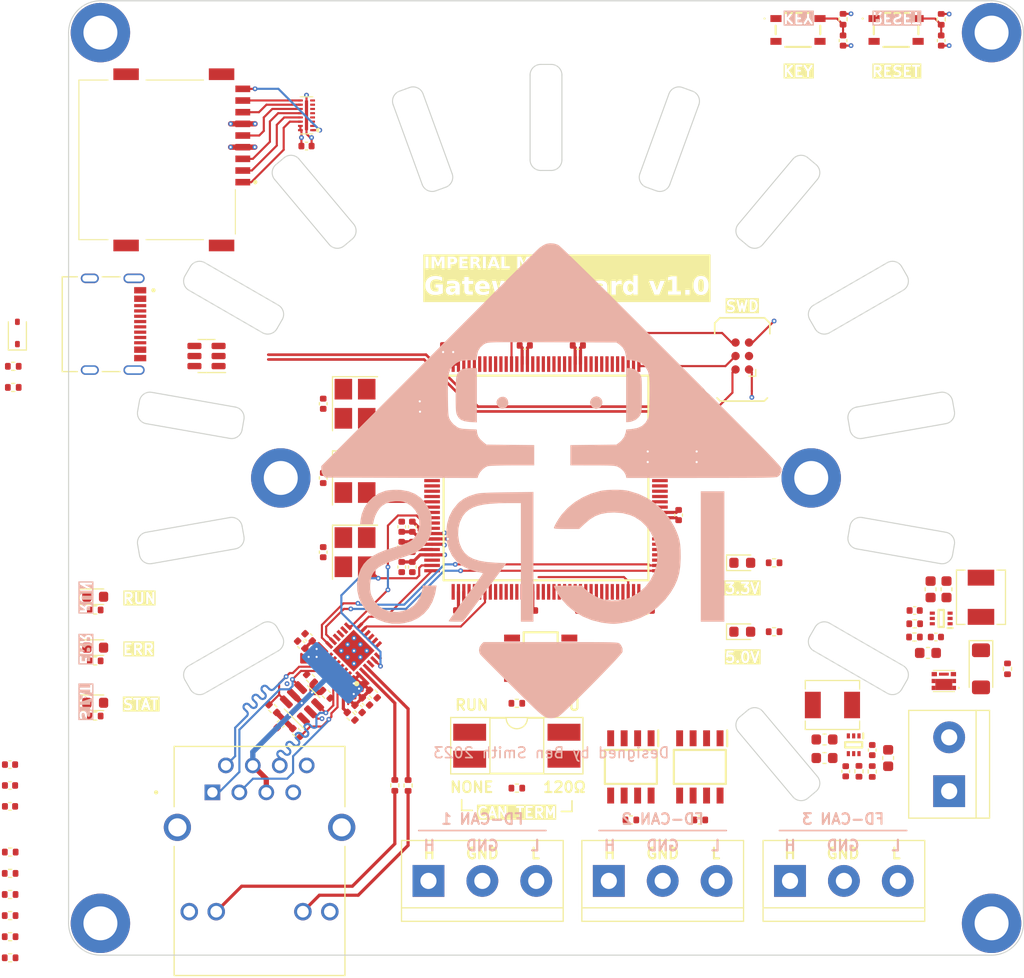
<source format=kicad_pcb>
(kicad_pcb (version 20221018) (generator pcbnew)
  (layers (0 "F.Cu" signal) (1 "In1.Cu" signal) (2 "In2.Cu" signal) (31 "B.Cu" signal) (34 "B.Paste" user) (35 "F.Paste" user) (36 "B.SilkS" user "B.Silkscreen") (37 "F.SilkS" user "F.Silkscreen") (38 "B.Mask" user) (39 "F.Mask" user) (44 "Edge.Cuts" user))
  (net 0 "")
  (net 1 "GND")
  (net 2 "/Power/5V_BST")
  (net 3 "/Power/5V_SW")
  (net 4 "/Power/3V3_BST")
  (net 5 "/Power/3V3_SW")
  (net 6 "/Power/RP_PMOS_G")
  (net 7 "+5V")
  (net 8 "/Microcontroller/VCAP2")
  (net 9 "/Microcontroller/VCAP1")
  (net 10 "/Microcontroller/VREF+")
  (net 11 "VBUS")
  (net 13 "/Power/5V_FB")
  (net 14 "/Power/3V3_FB")
  (net 20 "OSC32K")
  (net 22 "+3.3VA")
  (net 23 "/Ethernet/VDDCR")
  (net 28 "+3.3V")
  (net 33 "OSC25M")
  (net 35 "NRST")
  (net 37 "SDMMC1_CD")
  (net 41 "SDMMC1_DAT2")
  (net 43 "SDMMC1_DAT3")
  (net 46 "SDMMC1_CMD")
  (net 47 "SDMMC1_CLK")
  (net 48 "SDMMC1_DAT0")
  (net 69 "SDMMC1_DAT1")
  (net 70 "/Microcontroller/DAT1")
  (net 71 "/Microcontroller/DAT0")
  (net 91 "/Microcontroller/CLK")
  (net 92 "/Microcontroller/CMD")
  (net 93 "/Microcontroller/DAT3")
  (net 96 "USB_DN")
  (net 97 "USB_DP")
  (net 98 "SWDIO")
  (net 99 "SWCLK")
  (net 101 "/Microcontroller/DAT2")
  (net 104 "CAN_RX3")
  (net 105 "CAN_TX3")
  (net 106 "ETH_MDC")
  (net 111 "ETH_REF_CLK")
  (net 112 "ETH_MDIO")
  (net 114 "ETH_CRS_DV")
  (net 119 "SWO")
  (net 121 "ETH_RXD0")
  (net 122 "ETH_RXD1")
  (net 123 "ETH_TX_EN")
  (net 124 "BOOT0")
  (net 129 "ETH_TXD0")
  (net 130 "ETH_TXD1")
  (net 131 "CAN_RX1")
  (net 132 "CAN_TX1")
  (net 137 "/Microcontroller/CC1")
  (net 140 "/Microcontroller/CC2")
  (net 144 "CAN_RX2")
  (net 145 "CAN_TX2")
  (net 147 "/Microcontroller/CANL1")
  (net 148 "/Microcontroller/CANH1")
  (net 149 "SILENT1")
  (net 150 "/Microcontroller/CANL2")
  (net 151 "/Microcontroller/CAN_SW")
  (net 152 "/Microcontroller/CANH2")
  (net 153 "SILENT2")
  (net 154 "/Microcontroller/CANL3")
  (net 155 "/Microcontroller/CANH3")
  (net 156 "SILENT3")
  (net 157 "/Ethernet/LED2")
  (net 158 "/Ethernet/LED1")
  (net 160 "/Ethernet/PHYAD0")
  (net 161 "ETH_INT")
  (net 162 "ETH_RST")
  (net 163 "/Ethernet/TXN")
  (net 164 "/Ethernet/TXP")
  (net 165 "/Ethernet/RXN")
  (net 166 "/Ethernet/RXP")
  (net 167 "/Ethernet/RBIAS")
  (net 169 "/Ethernet/Y_K")
  (net 170 "/Ethernet/G_K")
  (net 173 "/Power/5V_LED_A")
  (net 174 "VIN")
  (net 175 "VIN_RAW")
  (net 176 "/Microcontroller/LEDR_K")
  (net 177 "LEDR")
  (net 178 "/Microcontroller/LEDG_K")
  (net 179 "LEDG")
  (net 180 "/Microcontroller/LEDB_K")
  (net 181 "LEDB")
  (net 182 "/Power/3V3_LED_A")
  (net 183 "BTN")
  (footprint "Capacitor_SMD:C_0402_1005Metric" (layer "F.Cu") (at 157.5 98 -90)
    (fp_text reference "C309" hide)
    (fp_text value "100n" hide)
  )
  (footprint "Resistor_SMD:R_0402_1005Metric" (layer "F.Cu") (at 102.51 117.25 180)
    (fp_text reference "R301" hide)
    (fp_text value "1k5" hide)
  )
  (footprint "Capacitor_SMD:C_0402_1005Metric" (layer "F.Cu") (at 131.4 108.4 -90)
    (fp_text reference "C310" hide)
    (fp_text value "1u" hide)
  )
  (footprint "Capacitor_SMD:C_0402_1005Metric" (layer "F.Cu") (at 157.5 93 -90)
    (fp_text reference "C324" hide)
    (fp_text value "2u2" hide)
  )
  (footprint "Resistor_SMD:R_0402_1005Metric" (layer "F.Cu") (at 174.5 127.662 90)
    (fp_text reference "R201" hide)
    (fp_text value "52k" hide)
  )
  (footprint "Capacitor_SMD:C_0402_1005Metric" (layer "F.Cu") (at 182.25 58.75 -90)
    (fp_text reference "C304" hide)
    (fp_text value "10n" hide)
  )
  (footprint "Resistor_SMD:R_0402_1005Metric" (layer "F.Cu") (at 188.5 118 90)
    (fp_text reference "R207" hide)
    (fp_text value "4k7" hide)
  )
  (footprint "Inductor_SMD:L_Chilisin_BMRA00040420" (layer "F.Cu") (at 186 111.25 90)
    (fp_text reference "L202" hide)
    (fp_text value "3u3" hide)
  )
  (footprint "Resistor_SMD:R_0402_1005Metric" (layer "F.Cu") (at 142.25 129.25 180)
    (fp_text reference "R302" hide)
    (fp_text value "120R" hide)
  )
  (footprint "LED_SMD:LED_0603_1608Metric" (layer "F.Cu") (at 102.51 111.2)
    (fp_text reference "D302" hide)
    (fp_text value "Green" hide)
  )
  (footprint "Capacitor_SMD:C_0402_1005Metric" (layer "F.Cu") (at 143 87.5)
    (fp_text reference "C320" hide)
    (fp_text value "100n" hide)
  )
  (footprint "MSL Footprints:SOIC127P600X175-8N" (layer "F.Cu") (at 159.5 127.25 -90)
    (fp_text reference "IC304" hide)
    (fp_text value "TJA1057GT/3" hide)
  )
  (footprint "Resistor_SMD:R_0402_1005Metric" (layer "F.Cu") (at 132 129 -90)
    (fp_text reference "R413" hide)
    (fp_text value "330R" hide)
  )
  (footprint "MSL Footprints:MEM20750014001A" (layer "F.Cu") (at 108.695 70 -90)
    (fp_text reference "J302" hide)
    (fp_text value "MEM2075-00-140-01-A" hide)
  )
  (footprint "Oscillator:Oscillator_SMD_Abracon_ASE-4Pin_3.2x2.5mm_HandSoldering" (layer "F.Cu") (at 127 93 -90)
    (fp_text reference "X303" hide)
    (fp_text value "32.768kHz_Clock" hide)
  )
  (footprint "Resistor_SMD:R_0402_1005Metric" (layer "F.Cu") (at 94.49 137.29)
    (fp_text reference "R402" hide)
    (fp_text value "10k" hide)
  )
  (footprint "Capacitor_SMD:C_0402_1005Metric" (layer "F.Cu") (at 132.4 108.4 -90)
    (fp_text reference "C308" hide)
    (fp_text value "100n" hide)
  )
  (footprint "Capacitor_SMD:C_0402_1005Metric" (layer "F.Cu") (at 132.4 106.5 90)
    (fp_text reference "C305" hide)
    (fp_text value "100n" hide)
  )
  (footprint "Capacitor_SMD:C_0402_1005Metric" (layer "F.Cu") (at 181.75 115 180)
    (fp_text reference "C204" hide)
    (fp_text value "100n" hide)
  )
  (footprint "Resistor_SMD:R_0402_1005Metric" (layer "F.Cu") (at 102.51 112.45 180)
    (fp_text reference "R303" hide)
    (fp_text value "1k5" hide)
  )
  (footprint "Resistor_SMD:R_0402_1005Metric" (layer "F.Cu") (at 124.3 120.4 -45)
    (fp_text reference "R411" hide)
    (fp_text value "49R9" hide)
  )
  (footprint "Resistor_SMD:R_0402_1005Metric" (layer "F.Cu") (at 173 56.74 90)
    (fp_text reference "R311" hide)
    (fp_text value "10k" hide)
  )
  (footprint "Capacitor_SMD:C_0402_1005Metric" (layer "F.Cu") (at 152.5 112.5 180)
    (fp_text reference "C323" hide)
    (fp_text value "2u2" hide)
  )
  (footprint "MSL Footprints:Pluggable_terminal-3_P5.08mm" (layer "F.Cu") (at 133.92 138)
    (fp_text reference "J304" hide)
    (fp_text value "Pluggable_Terminal_01x03" hide)
  )
  (footprint "Capacitor_SMD:C_0402_1005Metric" (layer "F.Cu") (at 121.92868 115.725534 135)
    (fp_text reference "C404" hide)
    (fp_text value "100n" hide)
  )
  (footprint "Capacitor_SMD:C_0402_1005Metric" (layer "F.Cu") (at 132.4 104.6 90)
    (fp_text reference "C314" hide)
    (fp_text value "100n" hide)
  )
  (footprint "Capacitor_SMD:C_0603_1608Metric" (layer "F.Cu") (at 171.25 124.662)
    (fp_text reference "C207" hide)
    (fp_text value "22u" hide)
  )
  (footprint "MSL Footprints:SOIC127P600X175-8N" (layer "F.Cu") (at 144.5 117 180)
    (fp_text reference "IC302" hide)
    (fp_text value "TJA1057GT/3" hide)
  )
  (footprint "Oscillator:Oscillator_SMD_Abracon_ASE-4Pin_3.2x2.5mm_HandSoldering" (layer "F.Cu") (at 127 107 -90)
    (fp_text reference "X301" hide)
    (fp_text value "50MHz_Clock" hide)
  )
  (footprint "Resistor_SMD:R_0402_1005Metric" (layer "F.Cu") (at 94.5 135.28)
    (fp_text reference "R401" hide)
    (fp_text value "10k" hide)
  )
  (footprint "MSL Footprints:Pluggable_terminal-3_P5.08mm" (layer "F.Cu") (at 168 138)
    (fp_text reference "J306" hide)
    (fp_text value "Pluggable_Terminal_01x03" hide)
  )
  (footprint "LED_SMD:LED_0603_1608Metric" (layer "F.Cu") (at 163.5 114.5)
    (fp_text reference "D201" hide)
    (fp_text value "GREEN" hide)
  )
  (footprint "Oscillator:Oscillator_SMD_Abracon_ASE-4Pin_3.2x2.5mm_HandSoldering" (layer "F.Cu") (at 127 100 -90)
    (fp_text reference "X302" hide)
    (fp_text value "25MHz_Clock" hide)
  )
  (footprint "Capacitor_SMD:C_0603_1608Metric" (layer "F.Cu") (at 182.75 110.5 -90)
    (fp_text reference "C208" hide)
    (fp_text value "22u" hide)
  )
  (footprint "Resistor_SMD:R_0402_1005Metric" (layer "F.Cu") (at 130.75 128.99 -90)
    (fp_text reference "R412" hide)
    (fp_text value "330R" hide)
  )
  (footprint "MountingHole:MountingHole_3.2mm_M3_DIN965_Pad" (layer "F.Cu") (at 103 58)
    (fp_text reference "H101" hide)
    (fp_text value "MountingHole_Pad" hide)
  )
  (footprint "Resistor_SMD:R_0402_1005Metric" (layer "F.Cu") (at 94.49 145.25)
    (fp_text reference "R406" hide)
    (fp_text value "10k" hide)
  )
  (footprint "Capacitor_SMD:C_0402_1005Metric" (layer "F.Cu") (at 137 112.5 180)
    (fp_text reference "C313" hide)
    (fp_text value "100n" hide)
  )
  (footprint "Resistor_SMD:R_0402_1005Metric" (layer "F.Cu") (at 94.785 89.47)
    (fp_text reference "R308" hide)
    (fp_text value "5k1" hide)
  )
  (footprint "Resistor_SMD:R_0402_1005Metric" (layer "F.Cu") (at 179.75 113.75)
    (fp_text reference "R203" hide)
    (fp_text value "31k" hide)
  )
  (footprint "Capacitor_SMD:C_0402_1005Metric" (layer "F.Cu") (at 124 93 90)
    (fp_text reference "C301" hide)
    (fp_text value "100n" hide)
  )
  (footprint "Capacitor_SMD:C_0402_1005Metric" (layer "F.Cu") (at 127.32868 121.775534 -45)
    (fp_text reference "C405" hide)
    (fp_text value "100n" hide)
  )
  (footprint "Package_DIP:DIP-4_W8.89mm_SMDSocket_LongPads" (layer "F.Cu") (at 142.25 125.25)
    (fp_text reference "SW301" hide)
    (fp_text value "SW_DIP_x02" hide)
  )
  (footprint "Resistor_SMD:R_0402_1005Metric" (layer "F.Cu") (at 121.5 124 -45)
    (fp_text reference "R410" hide)
    (fp_text value "49R9" hide)
  )
  (footprint "Capacitor_SMD:C_0402_1005Metric" (layer "F.Cu") (at 157.5 91 -90)
    (fp_text reference "C316" hide)
    (fp_text value "100n" hide)
  )
  (footprint "MSL Footprints:SOTFL50P160X60-6N" (layer "F.Cu") (at 174 125.162 -90)
    (fp_text reference "IC201" hide)
    (fp_text value "TPS563202DRLR" hide)
  )
  (footprint "Resistor_SMD:R_0402_1005Metric" (layer "F.Cu") (at 153 132.25)
    (fp_text reference "R307" hide)
    (fp_text value "120R" hide)
  )
  (footprint "Resistor_SMD:R_0402_1005Metric" (layer "F.Cu") (at 159.5 132.25)
    (fp_text reference "R310" hide)
    (fp_text value "120R" hide)
  )
  (footprint "Capacitor_SMD:C_0402_1005Metric" (layer "F.Cu") (at 179.75 112.5 180)
    (fp_text reference "C206" hide)
    (fp_text value "100n" hide)
  )
  (footprint "Resistor_SMD:R_0402_1005Metric" (layer "F.Cu") (at 122.8 118.9 135)
    (fp_text reference "R408" hide)
    (fp_text value "49R9" hide)
  )
  (footprint "Capacitor_SMD:C_0402_1005Metric" (layer "F.Cu") (at 131.4 104.6 90)
    (fp_text reference "C322" hide)
    (fp_text value "10u" hide)
  )
  (footprint "Inductor_SMD:L_Chilisin_BMRA00040420" (layer "F.Cu") (at 172 121.412 180)
    (fp_text reference "L201" hide)
    (fp_text value "4u7" hide)
  )
  (footprint "Package_TO_SOT_SMD:SOT-23-6" (layer "F.Cu") (at 122 121.25 135)
    (fp_text reference "U401" hide)
    (fp_text value "USBLC6-4SC6-ES" hide)
  )
  (footprint "Resistor_SMD:R_0402_1005Metric" (layer "F.Cu") (at 126.62868 122.475534 -45)
    (fp_text reference "R407" hide)
    (fp_text value "12k1" hide)
  )
  (footprint "LED_SMD:LED_0603_1608Metric" (layer "F.Cu") (at 163.5 108)
    (fp_text reference "D202" hide)
    (fp_text value "GREEN" hide)
  )
  (footprint "Capacitor_SMD:C_0402_1005Metric" (layer "F.Cu") (at 122.62868 115.025534 135)
    (fp_text reference "C406" hide)
    (fp_text value "100n" hide)
  )
  (footprint "MSL Footprints:HRO_TYPE-C-31-M-12" (layer "F.Cu") (at 102 85.5 -90)
    (fp_text reference "J303" hide)
    (fp_text value "TYPE-C-31-M-12" hide)
  )
  (footprint "MSL Footprints:Pluggable_terminal-3_P5.08mm" (layer "F.Cu") (at 150.92 138)
    (fp_text reference "J305" hide)
    (fp_text value "Pluggable_Terminal_01x03" hide)
  )
  (footprint "MSL Footprints:Tag-Connect_TC2030-IDC-FP_2x03_P1.27mm_Vertical" (layer "F.Cu") (at 163.5 88.5 90)
    (fp_text reference "J301" hide)
    (fp_text value "TC2030" hide)
  )
  (footprint "Resistor_SMD:R_0402_1005Metric" (layer "F.Cu") (at 102.51 122.45 180)
    (fp_text reference "R304" hide)
    (fp_text value "1k5" hide)
  )
  (footprint "MountingHole:MountingHole_3.2mm_M3_DIN965_Pad" (layer "F.Cu") (at 187 142)
    (fp_text reference "H104" hide)
    (fp_text value "MountingHole_Pad" hide)
  )
  (footprint "MSL Footprints:SOTFL50P160X60-6N" (layer "F.Cu") (at 182.25 113.25 180)
    (fp_text reference "IC202" hide)
    (fp_text value "TPS563202DRLR" hide)
  )
  (footprint "Resistor_SMD:R_0402_1005Metric" (layer "F.Cu") (at 94.49 139.28)
    (fp_text reference "R403" hide)
    (fp_text value "10k" hide)
  )
  (footprint "Resistor_SMD:R_0402_1005Metric" (layer "F.Cu") (at 175.75 127.682 90)
    (fp_text reference "R202" hide)
    (fp_text value "10k" hide)
  )
  (footprint "Capacitor_SMD:C_0402_1005Metric" (layer "F.Cu") (at 122.425 68.7)
    (fp_text reference "C325" hide)
    (fp_text value "10u" hide)
  )
  (footprint "MSL Footprints:SOIC127P600X175-8N" (layer "F.Cu") (at 153 127.25 -90)
    (fp_text reference "IC303" hide)
    (fp_text value "TJA1057GT/3" hide)
  )
  (footprint "Capacitor_SMD:C_0402_1005Metric" (layer "F.Cu") (at 154.5 112.5)
    (fp_text reference "C317" hide)
    (fp_text value "100n" hide)
  )
  (footprint "Package_TO_SOT_SMD:SOT-23-6" (layer "F.Cu") (at 113 88.5 180)
    (fp_text reference "U302" hide)
    (fp_text value "USBLC6-4SC6-ES" hide)
  )
  (footprint "Capacitor_SMD:C_0603_1608Metric" (layer "F.Cu") (at 181 116.5 180)
    (fp_text reference "C202" hide)
    (fp_text value "22u" hide)
  )
  (footprint "Capacitor_SMD:C_0402_1005Metric" (layer "F.Cu") (at 94.48 130.97)
    (fp_text reference "C403" hide)
    (fp_text value "470p" hide)
  )
  (footprint "LED_SMD:LED_0603_1608Metric" (layer "F.Cu") (at 102.51 121.2)
    (fp_text reference "D303" hide)
    (fp_text value "Blue" hide)
  )
  (footprint "Resistor_SMD:R_0402_1005Metric" (layer "F.Cu") (at 94.785 91.46)
    (fp_text reference "R309" hide)
    (fp_text value "5k1" hide)
  )
  (footprint "Capacitor_SMD:C_0402_1005Metric" (layer "F.Cu") (at 94.48 129)
    (fp_text reference "C402" hide)
    (fp_text value "1u" hide)
  )
  (footprint "Capacitor_SMD:C_0402_1005Metric" (layer "F.Cu") (at 158.5 98 -90)
    (fp_text reference "C315" hide)
    (fp_text value "10u" hide)
  )
  (footprint "Resistor_SMD:R_0402_1005Metric" (layer "F.Cu") (at 119.25 121.75 135)
    (fp_text reference "R409" hide)
    (fp_text value "49R9" hide)
  )
  (footprint "MSL Footprints:HANRUN_HR913129A" (layer "F.Cu") (at 118 136 180)
    (fp_text reference "J401" hide)
    (fp_text value "HR913129A" hide)
  )
  (footprint "MSL Footprints:TS204225WT160SMTTRMSL" (layer "F.Cu") (at 178 57.75)
    (fp_text reference "S301" hide)
    (fp_text value "TS20-42-25-WT-160-SMT-TR" hide)
  )
  (footprint "MSL Footprints:TS204225WT160SMTTRMSL" (layer "F.Cu") (at 168.75 57.75)
    (fp_text reference "S302" hide)
    (fp_text value "TS20-42-25-WT-160-SMT-TR" hide)
  )
  (footprint "Resistor_SMD:R_0402_1005Metric" (layer "F.Cu") (at 166.5 114.5)
    (fp_text reference "R205" hide)
    (fp_text value "2k2" hide)
  )
  (footprint "Resistor_SMD:R_0402_1005Metric" (layer "F.Cu") (at 128.72868 120.375534 -45)
    (fp_text reference "FB401" hide)
    (fp_text value "120R@100MHz" hide)
  )
  (footprint "MSL Footprints:Pluggable_terminal-2_P5.08mm" (layer "F.Cu") (at 183 129.54 90)
    (fp_text reference "J201" hide)
    (fp_text value "Pluggable_Terminal_01x02" hide)
  )
  (footprint "Capacitor_SMD:C_0402_1005Metric" (layer "F.Cu") (at 124 107 90)
    (fp_text reference "C303" hide)
    (fp_text value "100n" hide)
  )
  (footprint "Diode_SMD:D_SOD-323" (layer "F.Cu") (at 95.175 86.325 90)
    (fp_text reference "D304" hide)
    (fp_text value "BAT760-115" hide)
  )
  (footprint "MountingHole:MountingHole_3.2mm_M3_DIN965_Pad" (layer "F.Cu") (at 187 58)
    (fp_text reference "H103" hide)
    (fp_text value "MountingHole_Pad" hide)
  )
  (footprint "Capacitor_SMD:C_0402_1005Metric" (layer "F.Cu") (at 128.02868 121.075534 -45)
    (fp_text reference "C407" hide)
    (fp_text value "10u" hide)
  )
  (footprint "Capacitor_SMD:C_0402_1005Metric" (layer "F.Cu") (at 148.5 112.5 180)
    (fp_text reference "C318" hide)
    (fp_text value "100n" hide)
  )
  (footprint "Resistor_SMD:R_0402_1005Metric" (layer "F.Cu") (at 142.25 121.25 180)
    (fp_text reference "R306" hide)
    (fp_text value "10k" hide)
  )
  (footprint "Resistor_SMD:R_0402_1005Metric" (layer "F.Cu") (at 94.49 143.26)
    (fp_text reference "R405" hide)
    (fp_text value "1k5" hide)
  )
  (footprint "MSL Footprints:QFN50P400X400X100-25N-D" (layer "F.Cu") (at 126.866117 116.284544 135)
    (fp_text reference "IC401" hide)
    (fp_text value "LAN8742A-CZ-TR" hide)
  )
  (footprint "Capacitor_SMD:C_0402_1005Metric" (layer "F.Cu") (at 173 58.75 -90)
    (fp_text reference "C326" hide)
    (fp_text value "10n" hide)
  )
  (footprint "Capacitor_SMD:C_0402_1005Metric" (layer "F.Cu") (at 132.5 99 90)
    (fp_text reference "C312" hide)
    (fp_text value "100n" hide)
  )
  (footprint "Capacitor_SMD:C_0402_1005Metric" (layer "F.Cu") (at 94.48 127.03)
    (fp_text reference "C401" hide)
    (fp_text value "100n" hide)
  )
  (footprint "Capacitor_SMD:C_0402_1005Metric" (layer "F.Cu") (at 143.5 112.5 180)
    (fp_text reference "C319" hide)
    (fp_text value "100n" hide)
  )
  (footprint "Resistor_SMD:R_0402_1005Metric" (layer "F.Cu") (at 182.25 56.75 90)
    (fp_text reference "R305" hide)
    (fp_text value "10k" hide)
  )
  (footprint "Capacitor_SMD:C_0603_1608Metric" (layer "F.Cu") (at 181.25 110.5 -90)
    (fp_text reference "C210" hide)
    (fp_text value "22u" hide)
  )
  (footprint "Capacitor_SMD:C_0603_1608Metric" (layer "F.Cu") (at 171.25 126.412)
    (fp_text reference "C209" hide)
    (fp_text value "22u" hide)
  )
  (footprint "Capacitor_SMD:C_0402_1005Metric" (layer "F.Cu") (at 132.5 93.25 90)
    (fp_text reference "C311" hide)
    (fp_text value "100n" hide)
  )
  (footprint "MountingHole:MountingHole_3.2mm_M3_DIN965_Pad" (layer "F.Cu") (at 120 100)
    (fp_text reference "H105" hide)
    (fp_text value "MountingHole_Pad" hide)
  )
  (footprint "Capacitor_SMD:C_0402_1005Metric" (layer "F.Cu") (at 173.25 127.662 -90)
    (fp_text reference "C205" hide)
    (fp_text value "100n" hide)
  )
  (footprint "Resistor_SMD:R_0402_1005Metric" (layer "F.Cu") (at 179.73 115)
    (fp_text reference "R204" hide)
    (fp_text value "10k" hide)
  )
  (footprint "Resistor_SMD:R_0402_1005Metric" (layer "F.Cu") (at 94.49 141.27)
    (fp_text reference "R404" hide)
    (fp_text value "10k" hide)
  )
  (footprint "Capacitor_SMD:C_0402_1005Metric" (layer "F.Cu") (at 124 100 90)
    (fp_text reference "C302" hide)
    (fp_text value "100n" hide)
  )
  (footprint "Resistor_SMD:R_0402_1005Metric" (layer "F.Cu") (at 166.5 108 180)
    (fp_text reference "R206" hide)
    (fp_text value "1k5" hide)
  )
  (footprint "MountingHole:MountingHole_3.2mm_M3_DIN965_Pad" (layer "F.Cu") (at 170 100)
    (fp_text reference "H106" hide)
    (fp_text value "MountingHole_Pad" hide)
  )
  (footprint "Capacitor_SMD:C_0402_1005Metric" (layer "F.Cu") (at 120 123.2 -135)
    (fp_text reference "C408" hide)
    (fp_text value "100n" hide)
  )
  (footprint "Capacitor_SMD:C_0402_1005Metric" (layer "F.Cu") (at 148 87.5)
    (fp_text reference "C321" hide)
    (fp_text value "100n" hide)
  )
  (footprint "MSL Footprints:EMIF06MSD02N16" (layer "F.Cu") (at 122.625 65.8 90)
    (fp_text reference "FL301" hide)
    (fp_text value "EMIF06-MSD02N16" hide)
  )
  (footprint "Capacitor_SMD:C_0402_1005Metric" (layer "F.Cu") (at 157.5 103.5 -90)
    (fp_text reference "C327" hide)
    (fp_text value "100n" hide)
  )
  (footprint "Capacitor_SMD:C_0402_1005Metric" (layer "F.Cu") (at 175.75 125.662 -90)
    (fp_text reference "C203" hide)
    (fp_text value "100n" hide)
  )
  (footprint "MSL Footprints:DMP2066UFDE7" (layer "F.Cu") (at 182.5 119.15 90)
    (fp_text reference "Q201" hide)
    (fp_text value "DMP3028LFDE" hide)
  )
  (footprint "MountingHole:MountingHole_3.2mm_M3_DIN965_Pad" (layer "F.Cu") (at 103 142)
    (fp_text reference "H102" hide)
    (fp_text value "MountingHole_Pad" hide)
  )
  (footprint "Diode_SMD:D_MiniMELF" (layer "F.Cu") (at 186 118 -90)
    (fp_text reference "D204" hide)
    (fp_text value "ZMM10V" hide)
  )
  (footprint "MSL Footprints:QFP50P2200X2200X160-144N" (layer "F.Cu") (at 145 100)
    (fp_text reference "IC301" hide)
    (fp_text value "STM32H723ZGT6" hide)
  )
  (footprint "Capacitor_SMD:C_0402_1005Metric" (layer "F.Cu") (at 135.775 87.5 180)
    (fp_text reference "C307" hide)
    (fp_text value "100n" hide)
  )
  (footprint "Capacitor_SMD:C_0402_1005Metric" (layer "F.Cu") (at 131.4 106.5 90)
    (fp_text reference "C306" hide)
    (fp_text value "1u" hide)
  )
  (footprint "LED_SMD:LED_0603_1608Metric" (layer "F.Cu") (at 102.51 116)
    (fp_text reference "D301" hide)
    (fp_text value "Red" hide)
  )
  (footprint "Capacitor_SMD:C_0603_1608Metric" (layer "F.Cu") (at 177.25 126.412 -90)
    (fp_text reference "C201" hide)
    (fp_text value "22u" hide)
  )
  (footprint "MSL Footprints:ICRS_50mm" (layer "B.Cu") (at 145 100 180)
    (fp_text reference "G***" hide)
    (fp_text value "LOGO" hide)
  )
  (gr_line locked (start 167 133.25) (end 179 133.25) (stroke (width 0.15)) (layer "B.SilkS"))
  (gr_line locked (start 133 133.25) (end 145 133.25) (stroke (width 0.15)) (layer "B.SilkS"))
  (gr_line locked (start 150 133.25) (end 162 133.25) (stroke (width 0.15)) (layer "B.SilkS"))
  (gr_line (start 138.05 131.35) (end 137.05 131.35) (stroke (width 0.15)) (layer "F.SilkS"))
  (gr_line (start 137.05 131.35) (end 137.05 130.35) (stroke (width 0.15)) (layer "F.SilkS"))
  (gr_line (start 147.45 131.45) (end 146.45 131.45) (stroke (width 0.15)) (layer "F.SilkS"))
  (gr_line (start 147.45 130.45) (end 147.45 131.45) (stroke (width 0.15)) (layer "F.SilkS"))
  (gr_arc locked (start 119.425005 71.854493) (mid 119.194854 71.12455) (end 119.548261 70.445661) (stroke (width 0.1)) (layer "Edge.Cuts"))
  (gr_arc locked (start 120.314305 69.802873) (mid 121.044248 69.572722) (end 121.723137 69.926129) (stroke (width 0.1)) (layer "Edge.Cuts"))
  (gr_line locked (start 106.679322 107.264683) (end 106.505674 106.279875) (stroke (width 0.1)) (layer "Edge.Cuts"))
  (gr_arc locked (start 111.341035 82.299038) (mid 110.875109 81.691832) (end 110.97501 80.933013) (stroke (width 0.1)) (layer "Edge.Cuts"))
  (gr_arc locked (start 170.451739 70.445661) (mid 170.805146 71.12455) (end 170.574995 71.854493) (stroke (width 0.1)) (layer "Edge.Cuts"))
  (gr_line locked (start 159.406304 64.804711) (end 156.670143 72.322252) (stroke (width 0.1)) (layer "Edge.Cuts"))
  (gr_arc locked (start 183.320679 107.264683) (mid 182.909448 107.910187) (end 182.162223 108.075843) (stroke (width 0.1)) (layer "Edge.Cuts"))
  (gr_line locked (start 153.851065 71.296191) (end 156.587226 63.77865) (stroke (width 0.1)) (layer "Edge.Cuts"))
  (gr_arc locked (start 170.574995 128.145507) (mid 170.805146 128.87545) (end 170.451739 129.554339) (stroke (width 0.1)) (layer "Edge.Cuts"))
  (gr_arc locked (start 183.494327 93.720125) (mid 183.328671 94.46735) (end 182.683167 94.878581) (stroke (width 0.1)) (layer "Edge.Cuts"))
  (gr_arc locked (start 177.158965 79.700962) (mid 177.917784 79.601061) (end 178.52499 80.066987) (stroke (width 0.1)) (layer "Edge.Cuts"))
  (gr_line locked (start 182.162222 108.075842) (end 174.28376 106.686657) (stroke (width 0.1)) (layer "Edge.Cuts"))
  (gr_line locked (start 174.804705 103.732234) (end 182.683167 105.121419) (stroke (width 0.1)) (layer "Edge.Cuts"))
  (gr_arc locked (start 182.683167 105.121419) (mid 183.328671 105.53265) (end 183.494327 106.279875) (stroke (width 0.1)) (layer "Edge.Cuts"))
  (gr_line locked (start 120.135263 114.933013) (end 119.635263 114.066988) (stroke (width 0.1)) (layer "Edge.Cuts"))
  (gr_line locked (start 173.472601 94.471799) (end 173.646249 95.456607) (stroke (width 0.1)) (layer "Edge.Cuts"))
  (gr_line locked (start 177.158965 120.299038) (end 170.230762 116.299038) (stroke (width 0.1)) (layer "Edge.Cuts"))
  (gr_arc locked (start 163.257818 77.463317) (mid 162.904411 76.784428) (end 163.134562 76.054485) (stroke (width 0.1)) (layer "Edge.Cuts"))
  (gr_arc locked (start 119.769238 83.700962) (mid 120.235164 84.308168) (end 120.135263 85.066987) (stroke (width 0.1)) (layer "Edge.Cuts"))
  (gr_line locked (start 174.28376 93.313343) (end 182.162222 91.924158) (stroke (width 0.1)) (layer "Edge.Cuts"))
  (gr_line locked (start 169.685695 69.802873) (end 170.451739 70.445661) (stroke (width 0.1)) (layer "Edge.Cuts"))
  (gr_line locked (start 107.316833 105.121419) (end 115.195295 103.732234) (stroke (width 0.1)) (layer "Edge.Cuts"))
  (gr_arc locked (start 106.679321 92.735317) (mid 107.090552 92.089813) (end 107.837777 91.924157) (stroke (width 0.1)) (layer "Edge.Cuts"))
  (gr_arc locked (start 106.505673 106.279875) (mid 106.671329 105.53265) (end 107.316833 105.121419) (stroke (width 0.1)) (layer "Edge.Cuts"))
  (gr_arc locked (start 178.658965 117.700962) (mid 179.124891 118.308168) (end 179.02499 119.066987) (stroke (width 0.1)) (layer "Edge.Cuts"))
  (gr_line locked (start 163.134562 76.054485) (end 168.276863 69.926129) (stroke (width 0.1)) (layer "Edge.Cuts"))
  (gr_line locked (start 183.320678 92.735317) (end 183.494326 93.720125) (stroke (width 0.1)) (layer "Edge.Cuts"))
  (gr_line locked (start 119.635263 85.933013) (end 120.135263 85.066988) (stroke (width 0.1)) (layer "Edge.Cuts"))
  (gr_line locked (start 144.5 71) (end 145.5 71) (stroke (width 0.1)) (layer "Edge.Cuts"))
  (gr_arc locked (start 170.364737 114.066987) (mid 170.971943 113.601061) (end 171.730762 113.700962) (stroke (width 0.1)) (layer "Edge.Cuts"))
  (gr_line locked (start 111.475009 119.933013) (end 110.975009 119.066988) (stroke (width 0.1)) (layer "Edge.Cuts"))
  (gr_arc locked (start 119.635263 85.933013) (mid 119.028057 86.398939) (end 118.269238 86.299038) (stroke (width 0.1)) (layer "Edge.Cuts"))
  (gr_line locked (start 133.412773 63.77865) (end 136.148934 71.296191) (stroke (width 0.1)) (layer "Edge.Cuts"))
  (gr_arc locked (start 110.97501 119.066987) (mid 110.875109 118.308168) (end 111.341035 117.700962) (stroke (width 0.1)) (layer "Edge.Cuts"))
  (gr_arc locked (start 158.808632 63.522997) (mid 159.37292 64.040071) (end 159.406305 64.80471) (stroke (width 0.1)) (layer "Edge.Cuts"))
  (gr_arc locked (start 112.841035 120.299038) (mid 112.082216 120.398939) (end 111.47501 119.933013) (stroke (width 0.1)) (layer "Edge.Cuts"))
  (gr_line locked (start 163.257818 77.463317) (end 164.023862 78.106105) (stroke (width 0.1)) (layer "Edge.Cuts"))
  (gr_arc locked (start 145.5 61) (mid 146.207107 61.292893) (end 146.5 62) (stroke (width 0.1)) (layer "Edge.Cuts"))
  (gr_line locked (start 134.61157 72.919924) (end 135.551263 72.577904) (stroke (width 0.1)) (layer "Edge.Cuts"))
  (gr_line locked (start 116.353751 95.456607) (end 116.527399 94.471799) (stroke (width 0.1)) (layer "Edge.Cuts"))
  (gr_arc locked (start 125.976137 78.106105) (mid 125.246194 78.336256) (end 124.567305 77.982849) (stroke (width 0.1)) (layer "Edge.Cuts"))
  (gr_arc locked (start 170.230762 116.299038) (mid 169.764836 115.691832) (end 169.864737 114.933013) (stroke (width 0.1)) (layer "Edge.Cuts"))
  (gr_line locked (start 131.191368 63.522998) (end 132.131061 63.180978) (stroke (width 0.1)) (layer "Edge.Cuts"))
  (gr_line locked (start 107.837778 91.924158) (end 115.71624 93.313343) (stroke (width 0.1)) (layer "Edge.Cuts"))
  (gr_line locked (start 182.683167 94.878581) (end 174.804705 96.267766) (stroke (width 0.1)) (layer "Edge.Cuts"))
  (gr_arc locked (start 156.587226 63.77865) (mid 157.1043 63.214362) (end 157.868939 63.180977) (stroke (width 0.1)) (layer "Edge.Cuts"))
  (gr_arc locked (start 100 58) (mid 100.87868 55.87868) (end 103 55) (stroke (width 0.1)) (layer "Edge.Cuts"))
  (gr_arc locked (start 179.02499 80.933013) (mid 179.124891 81.691832) (end 178.658965 82.299038) (stroke (width 0.1)) (layer "Edge.Cuts"))
  (gr_arc locked (start 107.837777 108.075843) (mid 107.090552 107.910187) (end 106.679321 107.264683) (stroke (width 0.1)) (layer "Edge.Cuts"))
  (gr_line locked (start 154.448738 72.577904) (end 155.388431 72.919924) (stroke (width 0.1)) (layer "Edge.Cuts"))
  (gr_arc locked (start 144.5 71) (mid 143.792893 70.707107) (end 143.5 70) (stroke (width 0.1)) (layer "Edge.Cuts"))
  (gr_line locked (start 190 58) (end 190 142) (stroke (width 0.1)) (layer "Edge.Cuts"))
  (gr_arc locked (start 182.162223 91.924157) (mid 182.909448 92.089813) (end 183.320679 92.735317) (stroke (width 0.1)) (layer "Edge.Cuts"))
  (gr_line locked (start 170.451739 129.554339) (end 169.685695 130.197127) (stroke (width 0.1)) (layer "Edge.Cuts"))
  (gr_line locked (start 179.024991 119.066987) (end 178.524991 119.933012) (stroke (width 0.1)) (layer "Edge.Cuts"))
  (gr_arc locked (start 115.195295 103.732233) (mid 115.94252 103.897889) (end 116.353751 104.543393) (stroke (width 0.1)) (layer "Edge.Cuts"))
  (gr_arc locked (start 156.670144 72.322251) (mid 156.15307 72.886539) (end 155.388431 72.919924) (stroke (width 0.1)) (layer "Edge.Cuts"))
  (gr_arc locked (start 136.148935 71.296191) (mid 136.11555 72.06083) (end 135.551262 72.577904) (stroke (width 0.1)) (layer "Edge.Cuts"))
  (gr_arc locked (start 132.131061 63.180977) (mid 132.8957 63.214362) (end 133.412774 63.77865) (stroke (width 0.1)) (layer "Edge.Cuts"))
  (gr_line locked (start 170.574996 71.854493) (end 165.432695 77.982849) (stroke (width 0.1)) (layer "Edge.Cuts"))
  (gr_arc locked (start 116.353751 95.456607) (mid 115.94252 96.102111) (end 115.195295 96.267767) (stroke (width 0.1)) (layer "Edge.Cuts"))
  (gr_line locked (start 103 55) (end 187 55) (stroke (width 0.1)) (layer "Edge.Cuts"))
  (gr_line locked (start 119.548261 70.445661) (end 120.314305 69.802873) (stroke (width 0.1)) (layer "Edge.Cuts"))
  (gr_line locked (start 146.5 62) (end 146.5 70) (stroke (width 0.1)) (layer "Edge.Cuts"))
  (gr_line locked (start 171.730762 113.700962) (end 178.658965 117.700962) (stroke (width 0.1)) (layer "Edge.Cuts"))
  (gr_arc locked (start 143.5 62) (mid 143.792893 61.292893) (end 144.5 61) (stroke (width 0.1)) (layer "Edge.Cuts"))
  (gr_line locked (start 178.524991 80.066987) (end 179.024991 80.933012) (stroke (width 0.1)) (layer "Edge.Cuts"))
  (gr_line locked (start 187 145) (end 103 145) (stroke (width 0.1)) (layer "Edge.Cuts"))
  (gr_arc locked (start 169.864737 85.066987) (mid 169.764836 84.308168) (end 170.230762 83.700962) (stroke (width 0.1)) (layer "Edge.Cuts"))
  (gr_line locked (start 168.276863 130.07387) (end 163.134562 123.945514) (stroke (width 0.1)) (layer "Edge.Cuts"))
  (gr_arc locked (start 173.646249 104.543393) (mid 174.05748 103.897889) (end 174.804705 103.732233) (stroke (width 0.1)) (layer "Edge.Cuts"))
  (gr_line locked (start 133.329857 72.322252) (end 130.593696 64.804711) (stroke (width 0.1)) (layer "Edge.Cuts"))
  (gr_arc locked (start 165.432695 77.982849) (mid 164.753806 78.336256) (end 164.023863 78.106105) (stroke (width 0.1)) (layer "Edge.Cuts"))
  (gr_line locked (start 115.195295 96.267766) (end 107.316833 94.878581) (stroke (width 0.1)) (layer "Edge.Cuts"))
  (gr_line locked (start 169.864737 85.066987) (end 170.364737 85.933012) (stroke (width 0.1)) (layer "Edge.Cuts"))
  (gr_arc locked (start 111.47501 80.066987) (mid 112.082216 79.601061) (end 112.841035 79.700962) (stroke (width 0.1)) (layer "Edge.Cuts"))
  (gr_line locked (start 170.364737 114.066987) (end 169.864737 114.933012) (stroke (width 0.1)) (layer "Edge.Cuts"))
  (gr_arc locked (start 107.316833 94.878581) (mid 106.671329 94.46735) (end 106.505673 93.720125) (stroke (width 0.1)) (layer "Edge.Cuts"))
  (gr_arc locked (start 169.685695 130.197127) (mid 168.955752 130.427278) (end 168.276863 130.073871) (stroke (width 0.1)) (layer "Edge.Cuts"))
  (gr_arc locked (start 174.804705 96.267767) (mid 174.05748 96.102111) (end 173.646249 95.456607) (stroke (width 0.1)) (layer "Edge.Cuts"))
  (gr_line locked (start 157.868939 63.180978) (end 158.808632 63.522998) (stroke (width 0.1)) (layer "Edge.Cuts"))
  (gr_arc locked (start 174.283761 106.686657) (mid 173.638257 106.275426) (end 173.472601 105.528201) (stroke (width 0.1)) (layer "Edge.Cuts"))
  (gr_line locked (start 121.723137 69.92613) (end 126.865438 76.054486) (stroke (width 0.1)) (layer "Edge.Cuts"))
  (gr_arc locked (start 126.865438 76.054485) (mid 127.095589 76.784428) (end 126.742182 77.463317) (stroke (width 0.1)) (layer "Edge.Cuts"))
  (gr_arc locked (start 163.134562 123.945515) (mid 162.904411 123.215572) (end 163.257818 122.536683) (stroke (width 0.1)) (layer "Edge.Cuts"))
  (gr_arc locked (start 168.276863 69.926129) (mid 168.955752 69.572722) (end 169.685695 69.802873) (stroke (width 0.1)) (layer "Edge.Cuts"))
  (gr_line locked (start 144.5 61) (end 145.5 61) (stroke (width 0.1)) (layer "Edge.Cuts"))
  (gr_line locked (start 100 142) (end 100 58) (stroke (width 0.1)) (layer "Edge.Cuts"))
  (gr_line locked (start 111.341035 117.700962) (end 118.269238 113.700962) (stroke (width 0.1)) (layer "Edge.Cuts"))
  (gr_line locked (start 125.976137 78.106105) (end 126.742181 77.463317) (stroke (width 0.1)) (layer "Edge.Cuts"))
  (gr_arc locked (start 178.52499 119.933013) (mid 177.917784 120.398939) (end 177.158965 120.299038) (stroke (width 0.1)) (layer "Edge.Cuts"))
  (gr_line locked (start 178.658965 82.299038) (end 171.730762 86.299038) (stroke (width 0.1)) (layer "Edge.Cuts"))
  (gr_arc locked (start 190 142) (mid 189.12132 144.12132) (end 187 145) (stroke (width 0.1)) (layer "Edge.Cuts"))
  (gr_arc locked (start 118.269238 113.700962) (mid 119.028057 113.601061) (end 119.635263 114.066987) (stroke (width 0.1)) (layer "Edge.Cuts"))
  (gr_line locked (start 116.527399 105.528201) (end 116.353751 104.543393) (stroke (width 0.1)) (layer "Edge.Cuts"))
  (gr_line locked (start 164.023863 121.893895) (end 163.257819 122.536683) (stroke (width 0.1)) (layer "Edge.Cuts"))
  (gr_line locked (start 119.769238 116.299038) (end 112.841035 120.299038) (stroke (width 0.1)) (layer "Edge.Cuts"))
  (gr_line locked (start 110.975009 80.933013) (end 111.475009 80.066988) (stroke (width 0.1)) (layer "Edge.Cuts"))
  (gr_arc locked (start 171.730762 86.299038) (mid 170.971943 86.398939) (end 170.364737 85.933013) (stroke (width 0.1)) (layer "Edge.Cuts"))
  (gr_line locked (start 118.269238 86.299038) (end 111.341035 82.299038) (stroke (width 0.1)) (layer "Edge.Cuts"))
  (gr_line locked (start 106.505674 93.720125) (end 106.679322 92.735317) (stroke (width 0.1)) (layer "Edge.Cuts"))
  (gr_line locked (start 173.646249 104.543393) (end 173.472601 105.528201) (stroke (width 0.1)) (layer "Edge.Cuts"))
  (gr_line locked (start 112.841035 79.700962) (end 119.769238 83.700962) (stroke (width 0.1)) (layer "Edge.Cuts"))
  (gr_line locked (start 170.230762 83.700962) (end 177.158965 79.700962) (stroke (width 0.1)) (layer "Edge.Cuts"))
  (gr_arc locked (start 164.023863 121.893895) (mid 164.753806 121.663744) (end 165.432695 122.017151) (stroke (width 0.1)) (layer "Edge.Cuts"))
  (gr_arc locked (start 130.593695 64.80471) (mid 130.62708 64.040071) (end 131.191368 63.522997) (stroke (width 0.1)) (layer "Edge.Cuts"))
  (gr_arc locked (start 103 145) (mid 100.87868 144.12132) (end 100 142) (stroke (width 0.1)) (layer "Edge.Cuts"))
  (gr_arc locked (start 154.448738 72.577904) (mid 153.88445 72.06083) (end 153.851065 71.296191) (stroke (width 0.1)) (layer "Edge.Cuts"))
  (gr_arc locked (start 187 55) (mid 189.12132 55.87868) (end 190 58) (stroke (width 0.1)) (layer "Edge.Cuts"))
  (gr_arc locked (start 116.527399 105.528201) (mid 116.361743 106.275426) (end 115.716239 106.686657) (stroke (width 0.1)) (layer "Edge.Cuts"))
  (gr_line locked (start 183.494326 106.279875) (end 183.320678 107.264683) (stroke (width 0.1)) (layer "Edge.Cuts"))
  (gr_line locked (start 143.5 70) (end 143.5 62) (stroke (width 0.1)) (layer "Edge.Cuts"))
  (gr_arc locked (start 173.472601 94.471799) (mid 173.638257 93.724574) (end 174.283761 93.313343) (stroke (width 0.1)) (layer "Edge.Cuts"))
  (gr_arc locked (start 115.716239 93.313343) (mid 116.361743 93.724574) (end 116.527399 94.471799) (stroke (width 0.1)) (layer "Edge.Cuts"))
  (gr_arc locked (start 134.611569 72.919924) (mid 133.84693 72.886539) (end 133.329856 72.322251) (stroke (width 0.1)) (layer "Edge.Cuts"))
  (gr_line locked (start 165.432695 122.017152) (end 170.574996 128.145508) (stroke (width 0.1)) (layer "Edge.Cuts"))
  (gr_arc locked (start 120.135263 114.933013) (mid 120.235164 115.691832) (end 119.769238 116.299038) (stroke (width 0.1)) (layer "Edge.Cuts"))
  (gr_line locked (start 124.567305 77.982848) (end 119.425004 71.854492) (stroke (width 0.1)) (layer "Edge.Cuts"))
  (gr_arc locked (start 146.5 70) (mid 146.207107 70.707107) (end 145.5 71) (stroke (width 0.1)) (layer "Edge.Cuts"))
  (gr_line locked (start 115.71624 106.686657) (end 107.837778 108.075842) (stroke (width 0.1)) (layer "Edge.Cuts"))
  (gr_text locked "KEY" (at 168.75 56 180) (layer "B.SilkS" knockout) (effects (font (size 1 1) (thickness 0.2) bold) (justify bottom mirror)))
  (gr_text locked "H" (at 151 135.25) (layer "B.SilkS") (effects (font (size 1 1) (thickness 0.2) bold) (justify bottom mirror)))
  (gr_text locked "GND" (at 173 135.25) (layer "B.SilkS") (effects (font (size 1 1) (thickness 0.2) bold) (justify bottom mirror)))
  (gr_text locked "Designed by Ben Smith 2023" (at 145.5 126.5) (layer "B.SilkS") (effects (font (size 1 1)) (justify bottom mirror)))
  (gr_text locked "L" (at 161 135.25) (layer "B.SilkS") (effects (font (size 1 1) (thickness 0.2) bold) (justify bottom mirror)))
  (gr_text locked "GND" (at 139 135.25) (layer "B.SilkS") (effects (font (size 1 1) (thickness 0.2) bold) (justify bottom mirror)))
  (gr_text locked "RUN" (at 101 112.95 -90) (layer "B.SilkS" knockout) (effects (font (size 1 1) (thickness 0.2) bold) (justify left bottom mirror)))
  (gr_text locked "RESET" (at 178 56 180) (layer "B.SilkS" knockout) (effects (font (size 1 1) (thickness 0.2) bold) (justify bottom mirror)))
  (gr_text locked "ERR" (at 101 117.75 -90) (layer "B.SilkS" knockout) (effects (font (size 1 1) (thickness 0.2) bold) (justify left bottom mirror)))
  (gr_text locked "FD-CAN 2\n" (at 156 132.75) (layer "B.SilkS") (effects (font (size 1 1) (thickness 0.2) bold) (justify bottom mirror)))
  (gr_text locked "STAT" (at 101 122.95 -90) (layer "B.SilkS" knockout) (effects (font (size 1 1) (thickness 0.2) bold) (justify left bottom mirror)))
  (gr_text locked "L" (at 178 135.25) (layer "B.SilkS") (effects (font (size 1 1) (thickness 0.2) bold) (justify bottom mirror)))
  (gr_text locked "H" (at 168 135.25) (layer "B.SilkS") (effects (font (size 1 1) (thickness 0.2) bold) (justify bottom mirror)))
  (gr_text locked "L" (at 144 135.25) (layer "B.SilkS") (effects (font (size 1 1) (thickness 0.2) bold) (justify bottom mirror)))
  (gr_text locked "GND" (at 156 135.25) (layer "B.SilkS") (effects (font (size 1 1) (thickness 0.2) bold) (justify bottom mirror)))
  (gr_text locked "H" (at 134 135.25) (layer "B.SilkS") (effects (font (size 1 1) (thickness 0.2) bold) (justify bottom mirror)))
  (gr_text locked "FD-CAN 1" (at 139 132.75) (layer "B.SilkS") (effects (font (size 1 1) (thickness 0.2) bold) (justify bottom mirror)))
  (gr_text locked "FD-CAN 3" (at 173 132.75) (layer "B.SilkS") (effects (font (size 1 1) (thickness 0.2) bold) (justify bottom mirror)))
  (gr_text locked "H" (at 151 136) (layer "F.SilkS") (effects (font (size 1 1) (thickness 0.2) bold) (justify bottom)))
  (gr_text locked "H" (at 168 136) (layer "F.SilkS") (effects (font (size 1 1) (thickness 0.2) bold) (justify bottom)))
  (gr_text locked "RUN" (at 105 111.95) (layer "F.SilkS" knockout) (effects (font (size 1 1) (thickness 0.2) bold) (justify left bottom)))
  (gr_text locked "H" (at 134 136) (layer "F.SilkS") (effects (font (size 1 1) (thickness 0.2) bold) (justify bottom)))
  (gr_text locked "GND" (at 173 136) (layer "F.SilkS") (effects (font (size 1 1) (thickness 0.2) bold) (justify bottom)))
  (gr_text "SWD" (at 163.5 83.8) (layer "F.SilkS" knockout) (effects (font (size 1 1) (thickness 0.2) bold)))
  (gr_text "DFU" (at 146.75 122) (layer "F.SilkS") (effects (font (size 1 1) (thickness 0.2) bold) (justify bottom)))
  (gr_text locked "GND" (at 156 136) (layer "F.SilkS") (effects (font (size 1 1) (thickness 0.2) bold) (justify bottom)))
  (gr_text "CAN TERM" (at 142.25 132.15) (layer "F.SilkS" knockout) (effects (font (size 1 1) (thickness 0.2) bold) (justify bottom)))
  (gr_text "120Ω" (at 146.75 129.75) (layer "F.SilkS") (effects (font (size 1 1) (thickness 0.2) bold) (justify bottom)))
  (gr_text "3.3V" (at 163.5 111) (layer "F.SilkS" knockout) (effects (font (size 1 1) (thickness 0.2) bold) (justify bottom)))
  (gr_text locked "KEY" (at 168.75 62.25) (layer "F.SilkS" knockout) (effects (font (size 1 1) (thickness 0.2) bold) (justify bottom)))
  (gr_text locked "_{IMPERIAL MSL}\nGateway Board v1.0" (at 133.5 83) (layer "F.SilkS" knockout) (effects (font (size 1.7 1.7) (thickness 0.3) bold) (justify left bottom)))
  (gr_text locked "L" (at 144 136) (layer "F.SilkS") (effects (font (size 1 1) (thickness 0.2) bold) (justify bottom)))
  (gr_text "RUN" (at 138 122) (layer "F.SilkS") (effects (font (size 1 1) (thickness 0.2) bold) (justify bottom)))
  (gr_text locked "STAT" (at 105 121.95) (layer "F.SilkS" knockout) (effects (font (size 1 1) (thickness 0.2) bold) (justify left bottom)))
  (gr_text locked "ERR" (at 105 116.75) (layer "F.SilkS" knockout) (effects (font (size 1 1) (thickness 0.2) bold) (justify left bottom)))
  (gr_text locked "L" (at 161 136) (layer "F.SilkS") (effects (font (size 1 1) (thickness 0.2) bold) (justify bottom)))
  (gr_text "5.0V" (at 163.5 117.5) (layer "F.SilkS" knockout) (effects (font (size 1 1) (thickness 0.2) bold) (justify bottom)))
  (gr_text locked "L" (at 178 136) (layer "F.SilkS") (effects (font (size 1 1) (thickness 0.2) bold) (justify bottom)))
  (gr_text locked "GND" (at 139 136) (layer "F.SilkS") (effects (font (size 1 1) (thickness 0.2) bold) (justify bottom)))
  (gr_text "NONE" (at 138 129.75) (layer "F.SilkS") (effects (font (size 1 1) (thickness 0.2) bold) (justify bottom)))
  (gr_text locked "RESET" (at 178 62.25) (layer "F.SilkS" knockout) (effects (font (size 1 1) (thickness 0.2) bold) (justify bottom)))
  (segment (start 116.42 66.605) (end 115.28 66.605) (width 0.5) (layer "F.Cu") (net 1))
  (segment (start 157.5 98.48) (end 158.5 98.48) (width 0.3) (layer "F.Cu") (net 1))
  (segment (start 122.905 67.905) (end 122.9 67.9) (width 0.2) (layer "F.Cu") (net 1))
  (segment (start 143.25 89.262) (end 143.25 87.73) (width 0.3) (layer "F.Cu") (net 1))
  (segment (start 148.25 110.738) (end 148.25 112.27) (width 0.3) (layer "F.Cu") (net 1))
  (segment (start 133.35 105.25) (end 133.06 104.96) (width 0.3) (layer "F.Cu") (net 1))
  (segment (start 164.47 87.23) (end 166.5 85.2) (width 0.2) (layer "F.Cu") (net 1))
  (segment (start 164.135 87.23) (end 164.47 87.23) (width 0.2) (layer "F.Cu") (net 1))
  (segment (start 135.3505 106.25) (end 135.425 106.3245) (width 0.3) (layer "F.Cu") (net 1))
  (segment (start 132.63 106.25) (end 132.4 106.02) (width 0.3) (layer "F.Cu") (net 1))
  (segment (start 123.446563 122.696563) (end 122.804334 122.054334) (width 0.2) (layer "F.Cu") (net 1))
  (segment (start 133.06 104.73) (end 132.45 104.12) (width 0.3) (layer "F.Cu") (net 1))
  (segment (start 135.3505 105.25) (end 135.425 105.1755) (width 0.3) (layer "F.Cu") (net 1))
  (segment (start 122.425 67.55) (end 122.425 65.8) (width 0.2) (layer "F.Cu") (net 1))
  (segment (start 134.262 98.75) (end 132.73 98.75) (width 0.3) (layer "F.Cu") (net 1))
  (segment (start 158.5 98.48) (end 159.18 98.48) (width 0.3) (layer "F.Cu") (net 1))
  (segment (start 143.25 87.73) (end 143.48 87.5) (width 0.3) (layer "F.Cu") (net 1))
  (segment (start 155.738 103.75) (end 157.27 103.75) (width 0.3) (layer "F.Cu") (net 1))
  (segment (start 182.25 59.23) (end 182.995 59.23) (width 0.2) (layer "F.Cu") (net 1))
  (segment (start 135.295 87.5) (end 135.295 88.12) (width 0.3) (layer "F.Cu") (net 1))
  (segment (start 159.18 98.48) (end 159.2 98.5) (width 0.3) (layer "F.Cu") (net 1))
  (segment (start 116.42 66.605) (end 117.57 66.605) (width 0.5) (layer "F.Cu") (net 1))
  (segment (start 157.27 98.25) (end 157.5 98.48) (width 0.3) (layer "F.Cu") (net 1))
  (segment (start 123.88318 122.696563) (end 123.446563 122.696563) (width 0.2) (layer "F.Cu") (net 1))
  (segment (start 155.738 91.75) (end 157.23 91.75) (width 0.3) (layer "F.Cu") (net 1))
  (segment (start 154.835807 98.25) (end 154.588643 98.497164) (width 0.3) (layer "F.Cu") (net 1))
  (segment (start 122.9 67.9) (end 122.775 67.9) (width 0.2) (layer "F.Cu") (net 1))
  (segment (start 148.25 89.262) (end 148.25 87.73) (width 0.3) (layer "F.Cu") (net 1))
  (segment (start 148.25 87.73) (end 148.48 87.5) (width 0.3) (layer "F.Cu") (net 1))
  (segment (start 133.095 92.77) (end 133.1 92.775) (width 0.3) (layer "F.Cu") (net 1))
  (segment (start 134.262 106.25) (end 132.63 106.25) (width 0.3) (layer "F.Cu") (net 1))
  (segment (start 122.905 68.7) (end 122.905 67.905) (width 0.2) (layer "F.Cu") (net 1))
  (segment (start 157.27 103.75) (end 157.5 103.98) (width 0.3) (layer "F.Cu") (net 1))
  (segment (start 148.25 112.27) (end 148.02 112.5) (width 0.3) (layer "F.Cu") (net 1))
  (segment (start 155.738 98.25) (end 154.835807 98.25) (width 0.3) (layer "F.Cu") (net 1))
  (segment (start 173 59.23) (end 173.745 59.23) (width 0.2) (layer "F.Cu") (net 1))
  (segment (start 155.738 98.25) (end 157.27 98.25) (width 0.3) (layer "F.Cu") (net 1))
  (segment (start 122.775 67.9) (end 122.425 67.55) (width 0.2) (layer "F.Cu") (net 1))
  (segment (start 117.57 66.605) (end 117.575 66.6) (width 0.5) (layer "F.Cu") (net 1))
  (segment (start 143.25 112.27) (end 143.02 112.5) (width 0.3) (layer "F.Cu") (net 1))
  (segment (start 173.745 59.23) (end 173.75 59.225) (width 0.2) (layer "F.Cu") (net 1))
  (segment (start 134.262 106.25) (end 135.3505 106.25) (width 0.3) (layer "F.Cu") (net 1))
  (segment (start 182.995 59.23) (end 183 59.225) (width 0.2) (layer "F.Cu") (net 1))
  (segment (start 143.25 110.738) (end 143.25 112.27) (width 0.3) (layer "F.Cu") (net 1))
  (segment (start 115.28 66.605) (end 115.275 66.6) (width 0.5) (layer "F.Cu") (net 1))
  (segment (start 133.06 104.96) (end 133.06 104.73) (width 0.3) (layer "F.Cu") (net 1))
  (segment (start 134.262 105.25) (end 133.35 105.25) (width 0.3) (layer "F.Cu") (net 1))
  (segment (start 135.295 88.12) (end 135.3 88.125) (width 0.3) (layer "F.Cu") (net 1))
  (segment (start 132.5 92.77) (end 133.095 92.77) (width 0.3) (layer "F.Cu") (net 1))
  (segment (start 134.262 105.25) (end 135.3505 105.25) (width 0.3) (layer "F.Cu") (net 1))
  (segment (start 132.4 106.02) (end 131.4 106.02) (width 0.3) (layer "F.Cu") (net 1))
  (segment (start 122.425 65.8) (end 122.425 63.9) (width 0.2) (layer "F.Cu") (net 1))
  (segment (start 132.73 98.75) (end 132.5 98.52) (width 0.3) (layer "F.Cu") (net 1))
  (segment (start 136.75 110.738) (end 136.75 112.27) (width 0.3) (layer "F.Cu") (net 1))
  (segment (start 157.23 91.75) (end 157.5 91.48) (width 0.3) (layer "F.Cu") (net 1))
  (segment (start 136.75 112.27) (end 136.52 112.5) (width 0.3) (layer "F.Cu") (net 1))
  (segment (start 132.45 104.12) (end 132.4 104.12) (width 0.3) (layer "F.Cu") (net 1))
  (via (at 159.2 98.5) (size 0.45) (drill 0.2) (layers "F.Cu" "B.Cu") (net 1))
  (via (at 115.275 66.6) (size 0.45) (drill 0.2) (layers "F.Cu" "B.Cu") (net 1))
  (via (at 117.575 66.6) (size 0.45) (drill 0.2) (layers "F.Cu" "B.Cu") (net 1))
  (via (at 135.425 106.3245) (size 0.45) (drill 0.2) (layers "F.Cu" "B.Cu") (net 1))
  (via (at 126.9 117.5) (size 0.45) (drill 0.2) (layers "F.Cu" "B.Cu") (net 1))
  (via (at 123.88318 122.696563) (size 0.45) (drill 0.2) (layers "F.Cu" "B.Cu") (net 1))
  (via (at 126.9 115.1) (size 0.45) (drill 0.2) (layers "F.Cu" "B.Cu") (net 1))
  (via (at 126.9 116.3) (size 0.45) (drill 0.2) (layers "F.Cu" "B.Cu") (net 1))
  (via (at 135.3 88.125) (size 0.45) (drill 0.2) (layers "F.Cu" "B.Cu") (net 1))
  (via (at 127.5 116.9) (size 0.45) (drill 0.2) (layers "F.Cu" "B.Cu") (net 1))
  (via (at 126.3 115.7) (size 0.45) (drill 0.2) (layers "F.Cu" "B.Cu") (net 1))
  (via (at 173.75 59.225) (size 0.45) (drill 0.2) (layers "F.Cu" "B.Cu") (net 1))
  (via (at 126.3 116.9) (size 0.45) (drill 0.2) (layers "F.Cu" "B.Cu") (net 1))
  (via (at 120.592824 119.405741) (size 0.45) (drill 0.2) (layers "F.Cu" "B.Cu") (net 1))
  (via (at 122.425 63.9) (size 0.45) (drill 0.2) (layers "F.Cu" "B.Cu") (net 1))
  (via (at 128.1 116.3) (size 0.45) (drill 0.2) (layers "F.Cu" "B.Cu") (net 1))
  (via (at 166.5 85.2) (size 0.45) (drill 0.2) (layers "F.Cu" "B.Cu") (net 1))
  (via (at 183 59.225) (size 0.45) (drill 0.2) (layers "F.Cu" "B.Cu") (net 1))
  (via (at 154.588643 98.497164) (size 0.45) (drill 0.2) (layers "F.Cu" "B.Cu") (net 1))
  (via (at 122.9 67.9) (size 0.45) (drill 0.2) (layers "F.Cu" "B.Cu") (net 1))
  (via (at 127.5 115.7) (size 0.45) (drill 0.2) (layers "F.Cu" "B.Cu") (net 1))
  (via (at 133.1 92.775) (size 0.45) (drill 0.2) (layers "F.Cu" "B.Cu") (net 1))
  (via (at 125.7 116.3) (size 0.45) (drill 0.2) (layers "F.Cu" "B.Cu") (net 1))
  (via (at 135.425 105.1755) (size 0.45) (drill 0.2) (layers "F.Cu" "B.Cu") (net 1))
  (segment (start 157.23 92.25) (end 157.5 92.52) (width 0.3) (layer "F.Cu") (net 8))
  (segment (start 155.738 92.25) (end 157.23 92.25) (width 0.3) (layer "F.Cu") (net 8))
  (segment (start 153.25 112.23) (end 152.98 112.5) (width 0.3) (layer "F.Cu") (net 9))
  (segment (start 153.25 110.738) (end 153.25 112.23) (width 0.3) (layer "F.Cu") (net 9))
  (segment (start 132.4 106.98) (end 131.4 106.98) (width 0.3) (layer "F.Cu") (net 10))
  (segment (start 132.63 106.75) (end 132.4 106.98) (width 0.3) (layer "F.Cu") (net 10))
  (segment (start 134.262 106.75) (end 132.63 106.75) (width 0.3) (layer "F.Cu") (net 10))
  (segment (start 128.475 94.75) (end 134.262 94.75) (width 0.2) (layer "F.Cu") (net 20))
  (segment (start 128.1 94.375) (end 128.475 94.75) (width 0.2) (layer "F.Cu") (net 20))
  (segment (start 120.328233 122.839411) (end 120.339411 122.839411) (width 0.5) (layer "F.Cu") (net 22))
  (segment (start 120.855 122.345) (end 120.339411 122.860589) (width 0.5) (layer "F.Cu") (net 22))
  (segment (start 122.95 120.23) (end 122.95 119.471248) (width 0.5) (layer "F.Cu") (net 22))
  (segment (start 120.410589 122.921767) (end 120.410589 122.910589) (width 0.5) (layer "F.Cu") (net 22))
  (segment (start 121.128198 123.639376) (end 120.410589 122.921767) (width 0.5) (layer "F.Cu") (net 22))
  (segment (start 124.27434 117.10566) (end 123.82066 117.10566) (width 0.3) (layer "F.Cu") (net 22))
  (segment (start 120.339411 122.860589) (end 120.339411 122.910589) (width 0.5) (layer "F.Cu") (net 22))
  (segment (start 126.989269 121.436123) (end 126.55368 121.000534) (width 0.3) (layer "F.Cu") (net 22))
  (segment (start 122.95 120.25) (end 122.9 120.3) (width 0.3) (layer "F.Cu") (net 22))
  (segment (start 119.610624 122.110624) (end 119.610624 122.121802) (width 0.5) (layer "F.Cu") (net 22))
  (segment (start 122.9 120.3) (end 121.975 121.225) (width 0.3) (layer "F.Cu") (net 22))
  (segment (start 122.95 120.23) (end 123.748752 120.23) (width 0.5) (layer "F.Cu") (net 22))
  (segment (start 123.748752 120.23) (end 123.939376 120.039376) (width 0.5) (layer "F.Cu") (net 22))
  (segment (start 121.139376 123.639376) (end 121.128198 123.639376) (width 0.5) (layer "F.Cu") (net 22))
  (segment (start 118.635 128.38) (end 117.365 127.11) (width 0.5) (layer "F.Cu") (net 22))
  (segment (start 122.95 119.471248) (end 123.160624 119.260624) (width 0.5) (layer "F.Cu") (net 22))
  (segment (start 122.9 120.2) (end 122.95 120.25) (width 0.3) (layer "F.Cu") (net 22))
  (segment (start 121.975 121.225) (end 120.855 122.345) (width 0.5) (layer "F.Cu") (net 22))
  (segment (start 118.635 129.65) (end 118.635 128.38) (width 0.5) (layer "F.Cu") (net 22))
  (segment (start 124.56 116.82) (end 124.31 117.07) (width 0.3) (layer "F.Cu") (net 22))
  (segment (start 119.610624 122.121802) (end 120.328233 122.839411) (width 0.5) (layer "F.Cu") (net 22))
  (segment (start 121.195666 120.445666) (end 121.975 121.225) (width 0.5) (layer "F.Cu") (net 22))
  (via (at 123.37868 116.125534) (size 0.45) (drill 0.2) (layers "F.Cu" "B.Cu") (net 22))
  (via (at 126.87868 120.375534) (size 0.45) (drill 0.2) (layers "F.Cu" "B.Cu") (net 22))
  (via (at 123.37868 116.875534) (size 0.45) (drill 0.2) (layers "F.Cu" "B.Cu") (net 22))
  (via (at 127.37868 119.875534) (size 0.45) (drill 0.2) (layers "F.Cu" "B.Cu") (net 22))
  (via (at 121.975 121.225) (size 0.45) (drill 0.2) (layers "F.Cu" "B.Cu") (net 22))
  (via (at 126.87868 119.375534) (size 0.45) (drill 0.2) (layers "F.Cu" "B.Cu") (net 22))
  (via (at 122.95 120.23) (size 0.45) (drill 0.2) (layers "F.Cu" "B.Cu") (net 22))
  (via (at 122.62868 116.875534) (size 0.45) (drill 0.2) (layers "F.Cu" "B.Cu") (net 22))
  (via (at 120.855 122.345) (size 0.45) (drill 0.2) (layers "F.Cu" "B.Cu") (net 22))
  (segment (start 123.37868 116.875534) (end 124.48 117.976854) (width 0.5) (layer "B.Cu") (net 22))
  (segment (start 117.365 125.835) (end 117.365 127.11) (width 0.5) (layer "B.Cu") (net 22))
  (segment (start 120.855 122.345) (end 117.365 125.835) (width 0.5) (layer "B.Cu") (net 22))
  (segment (start 124.48 117.976854) (end 124.48 118.72) (width 0.5) (layer "B.Cu") (net 22))
  (segment (start 120.855 122.345) (end 121.975 121.225) (width 0.5) (layer "B.Cu") (net 22))
  (segment (start 124.48 118.72) (end 121.975 121.225) (width 0.5) (layer "B.Cu") (net 22))
  (segment (start 121.945 67.905) (end 121.95 67.9) (width 0.2) (layer "F.Cu") (net 28))
  (segment (start 157.38 90.52) (end 157.5 90.52) (width 0.3) (layer "F.Cu") (net 28))
  (segment (start 117.545 68.805) (end 117.55 68.8) (width 0.5) (layer "F.Cu") (net 28))
  (segment (start 155.738 91.25) (end 156.65 91.25) (width 0.3) (layer "F.Cu") (net 28))
  (segment (start 155.738 97.75) (end 154.835807 97.75) (width 0.3) (layer "F.Cu") (net 28))
  (segment (start 148.75 112.27) (end 148.98 112.5) (width 0.3) (layer "F.Cu") (net 28))
  (segment (start 134.262 107.25) (end 135.45 107.25) (width 0.3) (layer "F.Cu") (net 28))
  (segment (start 134.262 107.25) (end 133.132965 107.25) (width 0.3) (layer "F.Cu") (net 28))
  (segment (start 121.945 68.7) (end 121.945 67.905) (width 0.2) (layer "F.Cu") (net 28))
  (segment (start 182.25 56.24) (end 182.99 56.24) (width 0.2) (layer "F.Cu") (net 28))
  (segment (start 132.73 99.25) (end 132.5 99.48) (width 0.3) (layer "F.Cu") (net 28))
  (segment (start 134.262 105.75) (end 133.132965 105.75) (width 0.3) (layer "F.Cu") (net 28))
  (segment (start 158.5 97.52) (end 157.5 97.52) (width 0.3) (layer "F.Cu") (net 28))
  (segment (start 155.738 103.25) (end 157.27 103.25) (width 0.3) (layer "F.Cu") (net 28))
  (segment (start 134.262 93.75) (end 133.125 93.75) (width 0.3) (layer "F.Cu") (net 28))
  (segment (start 164.4 90.035) (end 164.4 91.8) (width 0.2) (layer "F.Cu") (net 28))
  (segment (start 159.18 97.52) (end 159.2 97.5) (width 0.3) (layer "F.Cu") (net 28))
  (segment (start 142.75 87.73) (end 142.52 87.5) (width 0.3) (layer "F.Cu") (net 28))
  (segment (start 136.25 88.125) (end 136.25 87.53) (width 0.3) (layer "F.Cu") (net 28))
  (segment (start 155.738 97.75) (end 157.27 97.75) (width 0.3) (layer "F.Cu") (net 28))
  (segment (start 142.75 89.262) (end 142.75 87.73) (width 0.3) (layer "F.Cu") (net 28))
  (segment (start 158.5 97.52) (end 159.18 97.52) (width 0.3) (layer "F.Cu") (net 28))
  (segment (start 137.25 110.738) (end 137.25 112.27) (width 0.3) (layer "F.Cu") (net 28))
  (segment (start 136.75 89.262) (end 136.25 89.262) (width 0.3) (layer "F.Cu") (net 28))
  (segment (start 154.835807 97.75) (end 154.588643 97.502836) (width 0.3) (layer "F.Cu") (net 28))
  (segment (start 148.75 110.738) (end 148.75 112.27) (width 0.3) (layer "F.Cu") (net 28))
  (segment (start 135.75 105.75) (end 134.262 105.75) (width 0.3) (layer "F.Cu") (net 28))
  (segment (start 173.745 56.23) (end 173.75 56.225) (width 0.2) (layer "F.Cu") (net 28))
  (segment (start 116.42 68.805) (end 115.28 68.805) (width 0.5) (layer "F.Cu") (net 28))
  (segment (start 143.75 110.738) (end 143.75 112.27) (width 0.3) (layer "F.Cu") (net 28))
  (segment (start 157.27 97.75) (end 157.5 97.52) (width 0.3) (layer "F.Cu") (net 28))
  (segment (start 156.65 91.25) (end 157.38 90.52) (width 0.3) (layer "F.Cu") (net 28))
  (segment (start 132.462965 105.08) (end 132.4 105.08) (width 0.3) (layer "F.Cu") (net 28))
  (segment (start 133.125 93.75) (end 132.52 93.75) (width 0.3) (layer "F.Cu") (net 28))
  (segment (start 133.132965 107.25) (end 132.462965 107.92) (width 0.3) (layer "F.Cu") (net 28))
  (segment (start 132.52 93.75) (end 132.5 93.73) (width 0.3) (layer "F.Cu") (net 28))
  (segment (start 153.75 112.23) (end 154.02 112.5) (width 0.3) (layer "F.Cu") (net 28))
  (segment (start 157.27 103.25) (end 157.5 103.02) (width 0.3) (layer "F.Cu") (net 28))
  (segment (start 143.75 112.27) (end 143.98 112.5) (width 0.3) (layer "F.Cu") (net 28))
  (segment (start 164.4 91.8) (end 164.4 92.4) (width 0.2) (layer "F.Cu") (net 28))
  (segment (start 147.75 89.262) (end 147.75 87.73) (width 0.3) (layer "F.Cu") (net 28))
  (segment (start 116.42 68.805) (end 117.545 68.805) (width 0.5) (layer "F.Cu") (net 28))
  (segment (start 164.135 89.77) (end 164.4 90.035) (width 0.2) (layer "F.Cu") (net 28))
  (segment (start 133.132965 105.75) (end 132.462965 105.08) (width 0.3) (layer "F.Cu") (net 28))
  (segment (start 132.4 105.08) (end 131.4 105.08) (width 0.3) (layer "F.Cu") (net 28))
  (segment (start 121.95 67.3) (end 121.85 67.2) (width 0.2) (layer "F.Cu") (net 28))
  (segment (start 182.99 56.24) (end 183 56.25) (width 0.2) (layer "F.Cu") (net 28))
  (segment (start 153.75 110.738) (end 153.75 112.23) (width 0.3) (layer "F.Cu") (net 28))
  (segment (start 132.462965 107.92) (end 132.4 107.92) (width 0.3) (layer "F.Cu") (net 28))
  (segment (start 137.25 112.27) (end 137.48 112.5) (width 0.3) (layer "F.Cu") (net 28))
  (segment (start 136.25 87.53) (end 136.28 87.5) (width 0.3) (layer "F.Cu") (net 28))
  (segment (start 134.262 99.25) (end 132.73 99.25) (width 0.3) (layer "F.Cu") (net 28))
  (segment (start 136.25 89.262) (end 136.25 88.125) (width 0.3) (layer "F.Cu") (net 28))
  (segment (start 115.28 68.805) (end 115.275 68.8) (width 0.5) (layer "F.Cu") (net 28))
  (segment (start 132.4 107.92) (end 131.4 107.92) (width 0.3) (layer "F.Cu") (net 28))
  (segment (start 173 56.23) (end 173.745 56.23) (width 0.2) (layer "F.Cu") (net 28))
  (segment (start 121.95 67.9) (end 121.95 67.3) (width 0.2) (layer "F.Cu") (net 28))
  (segment (start 147.75 87.73) (end 147.52 87.5) (width 0.3) (layer "F.Cu") (net 28))
  (segment (start 121.85 66.8) (end 121.85 67.2) (width 0.2) (layer "F.Cu") (net 28))
  (via (at 136.25 88.125) (size 0.45) (drill 0.2) (layers "F.Cu" "B.Cu") (net 28))
  (via (at 117.55 68.8) (size 0.45) (drill 0.2) (layers "F.Cu" "B.Cu") (net 28))
  (via (at 121.95 67.9) (size 0.45) (drill 0.2) (layers "F.Cu" "B.Cu") (net 28))
  (via (at 154.588643 97.502836) (size 0.45) (drill 0.2) (layers "F.Cu" "B.Cu") (net 28))
  (via (at 135.75 105.75) (size 0.45) (drill 0.2) (layers "F.Cu" "B.Cu") (net 28))
  (via (at 173.75 56.225) (size 0.45) (drill 0.2) (layers "F.Cu" "B.Cu") (net 28))
  (via (at 133.125 93.75) (size 0.45) (drill 0.2) (layers "F.Cu" "B.Cu") (net 28))
  (via (at 115.275 68.8) (size 0.45) (drill 0.2) (layers "F.Cu" "B.Cu") (net 28))
  (via (at 159.2 97.5) (size 0.45) (drill 0.2) (layers "F.Cu" "B.Cu") (net 28))
  (via (at 135.45 107.25) (size 0.45) (drill 0.2) (layers "F.Cu" "B.Cu") (net 28))
  (via (at 164.4 92.4) (size 0.45) (drill 0.2) (layers "F.Cu" "B.Cu") (net 28))
  (via (at 183 56.25) (size 0.45) (drill 0.2) (layers "F.Cu" "B.Cu") (net 28))
  (segment (start 128.975 102.25) (end 134.262 102.25) (width 0.2) (layer "F.Cu") (net 33))
  (segment (start 128.1 101.375) (end 128.975 102.25) (width 0.2) (layer "F.Cu") (net 33))
  (segment (start 181.665 56.675) (end 182.25 57.26) (width 0.2) (layer "F.Cu") (net 35))
  (segment (start 180.075 56.675) (end 181.665 56.675) (width 0.2) (layer "F.Cu") (net 35))
  (segment (start 182.25 57.26) (end 182.25 58.27) (width 0.2) (layer "F.Cu") (net 35))
  (segment (start 116.42 63.305) (end 117.57 63.305) (width 0.2) (layer "F.Cu") (net 37))
  (segment (start 117.57 63.305) (end 117.575 63.3) (width 0.2) (layer "F.Cu") (net 37))
  (segment (start 123 67.2) (end 123.675 67.2) (width 0.2) (layer "F.Cu") (net 37))
  (via (at 123.675 67.2) (size 0.45) (drill 0.2) (layers "F.Cu" "B.Cu") (net 37))
  (via (at 117.575 63.3) (size 0.45) (drill 0.2) (layers "F.Cu" "B.Cu") (net 37))
  (segment (start 117.575 63.3) (end 119.775 63.3) (width 0.2) (layer "B.Cu") (net 37))
  (segment (start 119.775 63.3) (end 123.675 67.2) (width 0.2) (layer "B.Cu") (net 37))
  (segment (start 121.85 64.4) (end 116.425 64.4) (width 0.2) (layer "F.Cu") (net 70))
  (segment (start 116.425 64.4) (end 116.42 64.405) (width 0.2) (layer "F.Cu") (net 70))
  (segment (start 117.945 65.505) (end 116.42 65.505) (width 0.2) (layer "F.Cu") (net 71))
  (segment (start 118.65 64.8) (end 117.945 65.505) (width 0.2) (layer "F.Cu") (net 71))
  (segment (start 121.85 64.8) (end 118.65 64.8) (width 0.2) (layer "F.Cu") (net 71))
  (segment (start 118.4 67.275) (end 117.97 67.705) (width 0.2) (layer "F.Cu") (net 91))
  (segment (start 117.97 67.705) (end 116.42 67.705) (width 0.2) (layer "F.Cu") (net 91))
  (segment (start 118.4 66) (end 118.4 67.275) (width 0.2) (layer "F.Cu") (net 91))
  (segment (start 121.85 65.2) (end 119.2 65.2) (width 0.2) (layer "F.Cu") (net 91))
  (segment (start 119.2 65.2) (end 118.4 66) (width 0.2) (layer "F.Cu") (net 91))
  (segment (start 117.37 69.905) (end 116.42 69.905) (width 0.2) (layer "F.Cu") (net 92))
  (segment (start 118.975 66.375) (end 118.975 68.3) (width 0.2) (layer "F.Cu") (net 92))
  (segment (start 119.75 65.6) (end 118.975 66.375) (width 0.2) (layer "F.Cu") (net 92))
  (segment (start 118.975 68.3) (end 117.37 69.905) (width 0.2) (layer "F.Cu") (net 92))
  (segment (start 121.85 65.6) (end 119.75 65.6) (width 0.2) (layer "F.Cu") (net 92))
  (segment (start 119.625 66.7) (end 119.625 68.65) (width 0.2) (layer "F.Cu") (net 93))
  (segment (start 119.625 68.65) (end 117.27 71.005) (width 0.2) (layer "F.Cu") (net 93))
  (segment (start 120.325 66) (end 119.625 66.7) (width 0.2) (layer "F.Cu") (net 93))
  (segment (start 117.27 71.005) (end 116.42 71.005) (width 0.2) (layer "F.Cu") (net 93))
  (segment (start 121.85 66) (end 120.325 66) (width 0.2) (layer "F.Cu") (net 93))
  (segment (start 154.606749 93.725) (end 138.4068 93.725) (width 0.25) (layer "F.Cu") (net 96))
  (segment (start 138.4068 93.725) (end 133.5068 88.825) (width 0.25) (layer "F.Cu") (net 96))
  (segment (start 133.5068 88.825) (end 118.825 88.825) (width 0.25) (layer "F.Cu") (net 96))
  (segment (start 154.631749 93.75) (end 154.606749 93.725) (width 0.25) (layer "F.Cu") (net 96))
  (segment (start 155.738 93.75) (end 154.631749 93.75) (width 0.25) (layer "F.Cu") (net 96))
  (segment (start 154.631749 93.25) (end 154.606749 93.275) (width 0.25) (layer "F.Cu") (net 97))
  (segment (start 133.6932 88.375) (end 118.825 88.375) (width 0.25) (layer "F.Cu") (net 97))
  (segment (start 138.5932 93.275) (end 133.6932 88.375) (width 0.25) (layer "F.Cu") (net 97))
  (segment (start 155.738 93.25) (end 154.631749 93.25) (width 0.25) (layer "F.Cu") (net 97))
  (segment (start 154.606749 93.275) (end 138.5932 93.275) (width 0.25) (layer "F.Cu") (net 97))
  (segment (start 156.89 93.802254) (end 157.147746 94.06) (width 0.2) (layer "F.Cu") (net 98))
  (segment (start 155.738 92.75) (end 156.6755 92.75) (width 0.2) (layer "F.Cu") (net 98))
  (segment (start 157.147746 94.06) (end 160.465 94.06) (width 0.2) (layer "F.Cu") (net 98))
  (segment (start 162.575 91.95) (end 162.575 90.06) (width 0.2) (layer "F.Cu") (net 98))
  (segment (start 156.89 92.9645) (end 156.89 93.802254) (width 0.2) (layer "F.Cu") (net 98))
  (segment (start 160.465 94.06) (end 162.575 91.95) (width 0.2) (layer "F.Cu") (net 98))
  (segment (start 156.6755 92.75) (end 156.89 92.9645) (width 0.2) (layer "F.Cu") (net 98))
  (segment (start 162.575 90.06) (end 162.865 89.77) (width 0.2) (layer "F.Cu") (net 98))
  (segment (start 153.938 89.45) (end 153.75 89.262) (width 0.2) (layer "F.Cu") (net 99))
  (segment (start 161.915 89.45) (end 153.938 89.45) (width 0.2) (layer "F.Cu") (net 99))
  (segment (start 162.865 88.5) (end 161.915 89.45) (width 0.2) (layer "F.Cu") (net 99))
  (segment (start 117.22 72.105) (end 116.42 72.105) (width 0.2) (layer "F.Cu") (net 101))
  (segment (start 120.275 69.05) (end 117.22 72.105) (width 0.2) (layer "F.Cu") (net 101))
  (segment (start 121.85 66.4) (end 120.85 66.4) (width 0.2) (layer "F.Cu") (net 101))
  (segment (start 120.275 66.975) (end 120.275 69.05) (width 0.2) (layer "F.Cu") (net 101))
  (segment (start 120.85 66.4) (end 120.275 66.975) (width 0.2) (layer "F.Cu") (net 101))
  (segment (start 133.2245 104.2) (end 133.2245 103.9745) (width 0.2) (layer "F.Cu") (net 106))
  (segment (start 130.1 104.487746) (end 130.1 108.15) (width 0.2) (layer "F.Cu") (net 106))
  (segment (start 133.2245 103.9745) (end 132.79 103.54) (width 0.2) (layer "F.Cu") (net 106))
  (segment (start 134.262 104.25) (end 133.2745 104.25) (width 0.2) (layer "F.Cu") (net 106))
  (segment (start 126.667767 113.982233) (end 126.667767 113.986447) (width 0.2) (layer "F.Cu") (net 106))
  (segment (start 130.1 110.55) (end 126.667767 113.982233) (width 0.2) (layer "F.Cu") (net 106))
  (segment (start 130.1 108.15) (end 130.1 108.4) (width 0.2) (layer "F.Cu") (net 106))
  (segment (start 132.79 103.54) (end 131.047746 103.54) (width 0.2) (layer "F.Cu") (net 106))
  (segment (start 131.047746 103.54) (end 130.1 104.487746) (width 0.2) (layer "F.Cu") (net 106))
  (segment (start 126.667767 113.986447) (end 126.335787 113.986447) (width 0.2) (layer "F.Cu") (net 106))
  (segment (start 133.2745 104.25) (end 133.2245 104.2) (width 0.2) (layer "F.Cu") (net 106))
  (via (at 130.1 108.4) (size 0.45) (drill 0.2) (layers "F.Cu" "B.Cu") (net 106))
  (via (at 130.1 110.55) (size 0.45) (drill 0.2) (layers "F.Cu" "B.Cu") (net 106))
  (segment (start 130.1 108.4) (end 130.1 110.55) (width 0.2) (layer "B.Cu") (net 106))
  (segment (start 129.185 109.46) (end 128.1 108.375) (width 0.2) (layer "F.Cu") (net 111))
  (segment (start 133.05 108.4745) (end 133.05 109.206127) (width 0.2) (layer "F.Cu") (net 111))
  (segment (start 134.262 108.25) (end 133.2745 108.25) (width 0.2) (layer "F.Cu") (net 111))
  (segment (start 132.796127 109.46) (end 129.185 109.46) (width 0.2) (layer "F.Cu") (net 111))
  (segment (start 128.818427 117.168427) (end 129.4 117.75) (width 0.2) (layer "F.Cu") (net 111))
  (segment (start 133.2745 108.25) (end 133.05 108.4745) (width 0.2) (layer "F.Cu") (net 111))
  (segment (start 128.810661 117.168427) (end 128.818427 117.168427) (width 0.2) (layer "F.Cu") (net 111))
  (segment (start 133.05 109.206127) (end 132.796127 109.46) (width 0.2) (layer "F.Cu") (net 111))
  (via (at 129.4 117.75) (size 0.45) (drill 0.2) (layers "F.Cu" "B.Cu") (net 111))
  (via (at 129.185 109.46) (size 0.45) (drill 0.2) (layers "F.Cu" "B.Cu") (net 111))
  (segment (start 127.32 109.46) (end 129.185 109.46) (width 0.2) (layer "B.Cu") (net 111))
  (segment (start 125.71 112.71) (end 125.71 111.07) (width 0.2) (layer "B.Cu") (net 111))
  (segment (start 129.4 117.75) (end 129.4 116.4) (width 0.2) (layer "B.Cu") (net 111))
  (segment (start 129.4 116.4) (end 125.71 112.71) (width 0.2) (layer "B.Cu") (net 111))
  (segment (start 125.71 111.07) (end 127.32 109.46) (width 0.2) (layer "B.Cu") (net 111))
  (segment (start 129.932 113.08) (end 128.302894 113.08) (width 0.2) (layer "F.Cu") (net 112))
  (segment (start 128.302894 113.08) (end 127.396447 113.986447) (width 0.2) (layer "F.Cu") (net 112))
  (segment (start 134.262 108.75) (end 129.932 113.08) (width 0.2) (layer "F.Cu") (net 112))
  (segment (start 128.085355 114.004645) (end 136.970855 114.004645) (width 0.2) (layer "F.Cu") (net 114))
  (segment (start 136.970855 114.004645) (end 139.25 111.7255) (width 0.2) (layer "F.Cu") (net 114))
  (segment (start 127.75 114.34) (end 128.085355 114.004645) (width 0.2) (layer "F.Cu") (net 114))
  (segment (start 139.25 111.7255) (end 139.25 110.738) (width 0.2) (layer "F.Cu") (net 114))
  (segment (start 141.75 86.925) (end 141.75 89.262) (width 0.2) (layer "F.Cu") (net 119))
  (segment (start 162.865 87.23) (end 162.499283 87.23) (width 0.2) (layer "F.Cu") (net 119))
  (segment (start 142.34745 86.32755) (end 141.75 86.925) (width 0.2) (layer "F.Cu") (net 119))
  (segment (start 162.499283 87.23) (end 161.596833 86.32755) (width 0.2) (layer "F.Cu") (net 119))
  (segment (start 161.596833 86.32755) (end 142.34745 86.32755) (width 0.2) (layer "F.Cu") (net 119))
  (segment (start 152.75 109.7505) (end 152.3495 109.35) (width 0.2) (layer "F.Cu") (net 123))
  (segment (start 152.3495 109.35) (end 144.3 109.35) (width 0.2) (layer "F.Cu") (net 123))
  (segment (start 152.75 110.738) (end 152.75 109.7505) (width 0.2) (layer "F.Cu") (net 123))
  (segment (start 136.95 108.75) (end 155.738 108.75) (width 0.2) (layer "F.Cu") (net 129))
  (segment (start 125.95 112.35) (end 126.6 112.35) (width 0.2) (layer "F.Cu") (net 129))
  (segment (start 124.921573 115.400661) (end 124.27868 114.757768) (width 0.2) (layer "F.Cu") (net 129))
  (segment (start 124.27868 114.025534) (end 124.27868 114.02132) (width 0.2) (layer "F.Cu") (net 129))
  (segment (start 124.27868 114.02132) (end 125.95 112.35) (width 0.2) (layer "F.Cu") (net 129))
  (segment (start 124.27868 114.757768) (end 124.27868 114.025534) (width 0.2) (layer "F.Cu") (net 129))
  (via (at 136.95 108.75) (size 0.45) (drill 0.2) (layers "F.Cu" "B.Cu") (net 129))
  (via (at 126.6 112.35) (size 0.45) (drill 0.2) (layers "F.Cu" "B.Cu") (net 129))
  (segment (start 133.15 111) (end 135.4 108.75) (width 0.2) (layer "B.Cu") (net 129))
  (segment (start 131.8 112.35) (end 133.15 111) (width 0.2) (layer "B.Cu") (net 129))
  (segment (start 126.6 112.35) (end 131.8 112.35) (width 0.2) (layer "B.Cu") (net 129))
  (segment (start 135.4 108.75) (end 136.95 108.75) (width 0.2) (layer "B.Cu") (net 129))
  (segment (start 155.738 108.25) (end 154.8005 108.25) (width 0.2) (layer "F.Cu") (net 130))
  (segment (start 154.8005 108.25) (end 154.7005 108.15) (width 0.2) (layer "F.Cu") (net 130))
  (segment (start 154.7005 108.15) (end 136.45 108.15) (width 0.2) (layer "F.Cu") (net 130))
  (segment (start 123.87868 115.064874) (end 124.56802 115.754214) (width 0.2) (layer "F.Cu") (net 130))
  (segment (start 127.27 111.8255) (end 127.2695 111.825) (width 0.2) (layer "F.Cu") (net 130))
  (segment (start 127.2695 111.825) (end 125.909314 111.825) (width 0.2) (layer "F.Cu") (net 130))
  (segment (start 123.87868 113.855634) (end 123.87868 115.064874) (width 0.2) (layer "F.Cu") (net 130))
  (segment (start 125.909314 111.825) (end 123.87868 113.855634) (width 0.2) (layer "F.Cu") (net 130))
  (via (at 136.45 108.15) (size 0.45) (drill 0.2) (layers "F.Cu" "B.Cu") (net 130))
  (via (at 127.27 111.8255) (size 0.45) (drill 0.2) (layers "F.Cu" "B.Cu") (net 130))
  (segment (start 131.634314 111.95) (end 135.434314 108.15) (width 0.2) (layer "B.Cu") (net 130))
  (segment (start 135.434314 108.15) (end 136.45 108.15) (width 0.2) (layer "B.Cu") (net 130))
  (segment (start 127.3945 111.95) (end 131.634314 111.95) (width 0.2) (layer "B.Cu") (net 130))
  (segment (start 127.27 111.8255) (end 127.3945 111.95) (width 0.2) (layer "B.Cu") (net 130))
  (segment (start 130.75 121.229088) (end 130.560456 121.039544) (width 0.3) (layer "F.Cu") (net 157))
  (segment (start 127.75 118.229088) (end 130.560456 121.039544) (width 0.3) (layer "F.Cu") (net 157))
  (segment (start 130.75 128.48) (end 130.75 121.229088) (width 0.3) (layer "F.Cu") (net 157))
  (segment (start 132 121.77198) (end 131.56401 121.33599) (width 0.3) (layer "F.Cu") (net 158))
  (segment (start 132 128.49) (end 132 121.77198) (width 0.3) (layer "F.Cu") (net 158))
  (segment (start 131.56401 121.33599) (end 128.103554 117.875534) (width 0.3) (layer "F.Cu") (net 158))
  (segment (start 120.508599 118.731487) (end 120.840086 118.4) (width 0.2) (layer "F.Cu") (net 163))
  (segment (start 121.734315 117.8) (end 124.29 117.8) (width 0.2) (layer "F.Cu") (net 163))
  (segment (start 121.134314 118.4) (end 121.734315 117.8) (width 0.2) (layer "F.Cu") (net 163))
  (segment (start 119.842625 119.397461) (end 119.842625 120.436127) (width 0.2) (layer "F.Cu") (net 163))
  (segment (start 119.842625 120.436127) (end 118.889376 121.389376) (width 0.2) (layer "F.Cu") (net 163))
  (segment (start 120.508599 118.731487) (end 119.842625 119.397461) (width 0.2) (layer "F.Cu") (net 163))
  (segment (start 120.523915 121.117417) (end 119.842625 120.436127) (width 0.2) (layer "F.Cu") (net 163))
  (segment (start 124.29 117.8) (end 124.921573 117.168427) (width 0.2) (layer "F.Cu") (net 163))
  (segment (start 120.840086 118.4) (end 121.134314 118.4) (width 0.2) (layer "F.Cu") (net 163))
  (via (at 120.508599 118.731487) (size 0.45) (drill 0.2) (layers "F.Cu" "B.Cu") (net 163))
  (segment (start 117.226728 121.605109) (end 117.000458 121.378839) (width 0.2) (layer "B.Cu") (net 163))
  (segment (start 118.923786 119.908051) (end 118.697508 119.681773) (width 0.2) (layer "B.Cu") (net 163))
  (segment (start 115.7 123.556102) (end 115.7 126.235) (width 0.2) (layer "B.Cu") (net 163))
  (segment (start 115.7 126.235) (end 114.825 127.11) (width 0.2) (layer "B.Cu") (net 163))
  (segment (start 116.802463 122.453636) (end 116.802464 122.453637) (width 0.2) (layer "B.Cu") (net 163))
  (segment (start 120.508599 118.731487) (end 120.508599 118.747503) (width 0.2) (layer "B.Cu") (net 163))
  (segment (start 118.499522 120.756579) (end 118.499522 120.75658) (width 0.2) (layer "B.Cu") (net 163))
  (segment (start 118.499521 120.756578) (end 118.499522 120.756579) (width 0.2) (layer "B.Cu") (net 163))
  (segment (start 117.424697 120.954548) (end 117.650992 121.180843) (width 0.2) (layer "B.Cu") (net 163))
  (segment (start 117.650992 121.605107) (end 117.650993 121.605108) (width 0.2) (layer "B.Cu") (net 163))
  (segment (start 120.508599 118.747503) (end 119.348051 119.908051) (width 0.2) (layer "B.Cu") (net 163))
  (segment (start 118.075257 120.75658) (end 117.848961 120.530284) (width 0.2) (layer "B.Cu") (net 163))
  (segment (start 117.650993 121.605108) (end 117.650993 121.605109) (width 0.2) (layer "B.Cu") (net 163))
  (segment (start 118.273244 120.106037) (end 118.499521 120.332314) (width 0.2) (layer "B.Cu") (net 163))
  (segment (start 118.923785 119.908051) (end 118.923786 119.908051) (width 0.2) (layer "B.Cu") (net 163))
  (segment (start 116.576194 121.803103) (end 116.802463 122.029372) (width 0.2) (layer "B.Cu") (net 163))
  (segment (start 117.226727 121.605109) (end 117.226728 121.605109) (width 0.2) (layer "B.Cu") (net 163))
  (segment (start 118.075256 120.75658) (end 118.075257 120.75658) (width 0.2) (layer "B.Cu") (net 163))
  (segment (start 116.802464 122.453637) (end 115.7 123.556102) (width 0.2) (layer "B.Cu") (net 163))
  (arc (start 116.802463 122.029372) (mid 116.890331 122.241504) (end 116.802463 122.453636) (width 0.2) (layer "B.Cu") (net 163))
  (arc (start 118.273244 119.681773) (mid 118.185376 119.893905) (end 118.273244 120.106037) (width 0.2) (layer "B.Cu") (net 163))
  (arc (start 117.848961 120.530284) (mid 117.636829 120.442416) (end 117.424697 120.530284) (width 0.2) (layer "B.Cu") (net 163))
  (arc (start 118.499522 120.75658) (mid 118.287389 120.844448) (end 118.075256 120.75658) (width 0.2) (layer "B.Cu") (net 163))
  (arc (start 117.000458 121.378839) (mid 116.788326 121.290971) (end 116.576194 121.378839) (width 0.2) (layer "B.Cu") (net 163))
  (arc (start 118.697508 119.681773) (mid 118.485376 119.593905) (end 118.273244 119.681773) (width 0.2) (layer "B.Cu") (net 163))
  (arc (start 118.499521 120.332314) (mid 118.587389 120.544446) (end 118.499521 120.756578) (width 0.2) (layer "B.Cu") (net 163))
  (arc (start 117.650992 121.180843) (mid 117.73886 121.392975) (end 117.650992 121.605107) (width 0.2) (layer "B.Cu") (net 163))
  (arc (start 119.348051 119.908051) (mid 119.135918 119.995919) (end 118.923785 119.908051) (width 0.2) (layer "B.Cu") (net 163))
  (arc (start 117.650993 121.605109) (mid 117.43886 121.692977) (end 117.226727 121.605109) (width 0.2) (layer "B.Cu") (net 163))
  (arc (start 117.424697 120.530284) (mid 117.336829 120.742416) (end 117.424697 120.954548) (width 0.2) (layer "B.Cu") (net 163))
  (arc (start 116.576194 121.378839) (mid 116.488326 121.590971) (end 116.576194 121.803103) (width 0.2) (layer "B.Cu") (net 163))
  (segment (start 125.275127 117.521981) (end 124.597108 118.2) (width 0.2) (layer "F.Cu") (net 164))
  (segment (start 121.867417 119.767417) (end 121.1 119) (width 0.2) (layer "F.Cu") (net 164))
  (segment (start 121.867417 119.773915) (end 121.867417 119.767417) (width 0.2) (layer "F.Cu") (net 164))
  (segment (start 124.597108 118.2) (end 121.9 118.2) (width 0.2) (layer "F.Cu") (net 164))
  (segment (start 121.9 118.2) (end 121.1 119) (width 0.2) (layer "F.Cu") (net 164))
  (via (at 121.1 119) (size 0.45) (drill 0.2) (layers "F.Cu" "B.Cu") (net 164))
  (segment (start 116.1 127.72) (end 114.17 129.65) (width 0.2) (layer "B.Cu") (net 164))
  (segment (start 120.810287 119.930741) (end 119.909259 119.930741) (width 0.2) (layer "B.Cu") (net 164))
  (segment (start 114.17 129.65) (end 113.555 129.65) (width 0.2) (layer "B.Cu") (net 164))
  (segment (start 119.909259 119.930741) (end 116.1 123.74) (width 0.2) (layer "B.Cu") (net 164))
  (segment (start 121.117824 119.623204) (end 120.810287 119.930741) (width 0.2) (layer "B.Cu") (net 164))
  (segment (start 121.117824 118.982176) (end 121.117824 119.623204) (width 0.2) (layer "B.Cu") (net 164))
  (segment (start 116.1 123.74) (end 116.1 127.72) (width 0.2) (layer "B.Cu") (net 164))
  (segment (start 121.1 119) (end 121.117824 118.982176) (width 0.2) (layer "B.Cu") (net 164))
  (segment (start 124.95 121.45) (end 124.246751 122.153249) (width 0.2) (layer "F.Cu") (net 165))
  (segment (start 125.62868 117.875534) (end 124.95 118.554214) (width 0.2) (layer "F.Cu") (net 165))
  (segment (start 123.476085 121.382583) (end 124.246751 122.153249) (width 0.2) (layer "F.Cu") (net 165))
  (segment (start 124.95 118.554214) (end 124.95 121.45) (width 0.2) (layer "F.Cu") (net 165))
  (via (at 124.246751 122.153249) (size 0.45) (drill 0.2) (layers "F.Cu" "B.Cu") (net 165))
  (segment (start 122.085385 124.324663) (end 122.085386 124.324663) (width 0.2) (layer "B.Cu") (net 165))
  (segment (start 119.964064 126.870249) (end 119.905 126.929314) (width 0.2) (layer "B.Cu") (net 165))
  (segment (start 120.611156 125.396019) (end 120.812592 125.597455) (width 0.2) (layer "B.Cu") (net 165))
  (segment (start 122.308214 123.698961) (end 122.50965 123.900397) (width 0.2) (layer "B.Cu") (net 165))
  (segment (start 122.085386 124.324663) (end 121.883958 124.123235) (width 0.2) (layer "B.Cu") (net 165))
  (segment (start 121.459694 124.547499) (end 121.661121 124.748926) (width 0.2) (layer "B.Cu") (net 165))
  (segment (start 122.933915 123.476134) (end 122.732478 123.274697) (width 0.2) (layer "B.Cu") (net 165))
  (segment (start 119.905 126.929314) (end 119.905 127.11) (width 0.2) (layer "B.Cu") (net 165))
  (segment (start 120.388328 126.021721) (end 120.1869 125.820293) (width 0.2) (layer "B.Cu") (net 165))
  (segment (start 120.388327 126.021721) (end 120.388328 126.021721) (width 0.2) (layer "B.Cu") (net 165))
  (segment (start 123.684031 122.153249) (end 123.35818 122.4791) (width 0.2) (layer "B.Cu") (net 165))
  (segment (start 122.933914 123.476134) (end 122.933915 123.476134) (width 0.2) (layer "B.Cu") (net 165))
  (segment (start 122.50965 124.324661) (end 122.509651 124.324663) (width 0.2) (layer "B.Cu") (net 165))
  (segment (start 121.236856 125.173192) (end 121.236857 125.173192) (width 0.2) (layer "B.Cu") (net 165))
  (segment (start 120.812592 126.021719) (end 120.812593 126.021721) (width 0.2) (layer "B.Cu") (net 165))
  (segment (start 124.246751 122.153249) (end 123.684031 122.153249) (width 0.2) (layer "B.Cu") (net 165))
  (segment (start 123.35818 122.4791) (end 123.35818 123.476134) (width 0.2) (layer "B.Cu") (net 165))
  (segment (start 121.236857 125.173192) (end 121.03542 124.971755) (width 0.2) (layer "B.Cu") (net 165))
  (segment (start 121.661121 125.17319) (end 121.661122 125.173192) (width 0.2) (layer "B.Cu") (net 165))
  (segment (start 119.762636 126.244557) (end 119.964063 126.445984) (width 0.2) (layer "B.Cu") (net 165))
  (segment (start 119.964063 126.870248) (end 119.964064 126.870249) (width 0.2) (layer "B.Cu") (net 165))
  (arc (start 121.459694 124.123235) (mid 121.371826 124.335367) (end 121.459694 124.547499) (width 0.2) (layer "B.Cu") (net 165))
  (arc (start 123.35818 123.476134) (mid 123.146047 123.564002) (end 122.933914 123.476134) (width 0.2) (layer "B.Cu") (net 165))
  (arc (start 121.883958 124.123235) (mid 121.671826 124.035367) (end 121.459694 124.123235) (width 0.2) (layer "B.Cu") (net 165))
  (arc (start 120.1869 125.820293) (mid 119.974768 125.732425) (end 119.762636 125.820293) (width 0.2) (layer "B.Cu") (net 165))
  (arc (start 120.812593 126.021721) (mid 120.60046 126.109589) (end 120.388327 126.021721) (width 0.2) (layer "B.Cu") (net 165))
  (arc (start 122.50965 123.900397) (mid 122.597518 124.112529) (end 122.50965 124.324661) (width 0.2) (layer "B.Cu") (net 165))
  (arc (start 121.03542 124.971755) (mid 120.823288 124.883887) (end 120.611156 124.971755) (width 0.2) (layer "B.Cu") (net 165))
  (arc (start 122.509651 124.324663) (mid 122.297518 124.412531) (end 122.085385 124.324663) (width 0.2) (layer "B.Cu") (net 165))
  (arc (start 122.732478 123.274697) (mid 122.520346 123.186829) (end 122.308214 123.274697) (width 0.2) (layer "B.Cu") (net 165))
  (arc (start 121.661121 124.748926) (mid 121.748989 124.961058) (end 121.661121 125.17319) (width 0.2) (layer "B.Cu") (net 165))
  (arc (start 121.661122 125.173192) (mid 121.448989 125.26106) (end 121.236856 125.173192) (width 0.2) (layer "B.Cu") (net 165))
  (arc (start 119.964063 126.445984) (mid 120.051931 126.658116) (end 119.964063 126.870248) (width 0.2) (layer "B.Cu") (net 165))
  (arc (start 122.308214 123.274697) (mid 122.220346 123.486829) (end 122.308214 123.698961) (width 0.2) (layer "B.Cu") (net 165))
  (arc (start 119.762636 125.820293) (mid 119.674768 126.032425) (end 119.762636 126.244557) (width 0.2) (layer "B.Cu") (net 165))
  (arc (start 120.611156 124.971755) (mid 120.523288 125.183887) (end 120.611156 125.396019) (width 0.2) (layer "B.Cu") (net 165))
  (arc (start 120.812592 125.597455) (mid 120.90046 125.809587) (end 120.812592 126.021719) (width 0.2) (layer "B.Cu") (net 165))
  (segment (start 124.40818 122.914026) (end 123.882456 123.43975) (width 0.2) (layer "F.Cu") (net 166))
  (segment (start 123.882456 123.43975) (end 122.846248 123.43975) (width 0.2) (layer "F.Cu") (net 166))
  (segment (start 122.846248 123.43975) (end 122.781498 123.375) (width 0.2) (layer "F.Cu") (net 166))
  (segment (start 125.35 118.861322) (end 125.982234 118.229088) (width 0.2) (layer "F.Cu") (net 166))
  (segment (start 125.35 121.615686) (end 125.35 118.861322) (width 0.2) (layer "F.Cu") (net 166))
  (segment (start 124.529275 122.763011) (end 124.771751 122.520535) (width 0.2) (layer "F.Cu") (net 166))
  (segment (start 122.781498 123.43975) (end 121.860624 124.360624) (width 0.2) (layer "F.Cu") (net 166))
  (segment (start 122.781498 123.375) (end 122.781498 123.43975) (width 0.2) (layer "F.Cu") (net 166))
  (segment (start 124.771751 122.520535) (end 124.771751 122.193935) (width 0.2) (layer "F.Cu") (net 166))
  (segment (start 124.40818 122.884106) (end 124.40818 122.914026) (width 0.2) (layer "F.Cu") (net 166))
  (segment (start 124.771751 122.193935) (end 125.35 121.615686) (width 0.2) (layer "F.Cu") (net 166))
  (segment (start 124.529275 122.763011) (end 124.40818 122.884106) (width 0.2) (layer "F.Cu") (net 166))
  (segment (start 122.781498 123.375) (end 122.132583 122.726085) (width 0.2) (layer "F.Cu") (net 166))
  (via (at 124.529275 122.763011) (size 0.45) (drill 0.2) (layers "F.Cu" "B.Cu") (net 166))
  (segment (start 117.385 128.36) (end 116.095 129.65) (width 0.2) (layer "B.Cu") (net 166))
  (segment (start 120.6 128.36) (end 117.385 128.36) (width 0.2) (layer "B.Cu") (net 166))
  (segment (start 121.16 126.24) (end 121.16 127.8) (width 0.2) (layer "B.Cu") (net 166))
  (segment (start 124.529275 122.763011) (end 124.529275 122.870725) (width 0.2) (layer "B.Cu") (net 166))
  (segment (start 124.529275 122.870725) (end 121.16 126.24) (width 0.2) (layer "B.Cu") (net 166))
  (segment (start 121.16 127.8) (end 120.6 128.36) (width 0.2) (layer "B.Cu") (net 166))
  (segment (start 125.9 119.018428) (end 125.9 121.746854) (width 0.3) (layer "F.Cu") (net 167))
  (segment (start 126.335787 118.582641) (end 125.9 119.018428) (width 0.3) (layer "F.Cu") (net 167))
  (segment (start 125.9 121.746854) (end 126.268056 122.11491) (width 0.3) (layer "F.Cu") (net 167))
  (segment (start 123.635 139.35) (end 122.085 140.9) (width 0.3) (layer "F.Cu") (net 169))
  (segment (start 132 129.51) (end 132 134.65) (width 0.3) (layer "F.Cu") (net 169))
  (segment (start 132 134.65) (end 127.3 139.35) (width 0.3) (layer "F.Cu") (net 169))
  (segment (start 127.3 139.35) (end 123.635 139.35) (width 0.3) (layer "F.Cu") (net 169))
  (segment (start 130.75 129.5) (end 130.75 134.5) (width 0.3) (layer "F.Cu") (net 170))
  (segment (start 126.75 138.5) (end 116.315 138.5) (width 0.3) (layer "F.Cu") (net 170))
  (segment (start 130.75 134.5) (end 126.75 138.5) (width 0.3) (layer "F.Cu") (net 170))
  (segment (start 116.315 138.5) (end 113.915 140.9) (width 0.3) (layer "F.Cu") (net 170))
  (segment (start 170.825 56.675) (end 172.425 56.675) (width 0.2) (layer "F.Cu") (net 183))
  (segment (start 173 57.25) (end 173 58.27) (width 0.2) (layer "F.Cu") (net 183))
  (segment (start 172.425 56.675) (end 173 57.25) (width 0.2) (layer "F.Cu") (net 183))
  (zone (net 22) (net_name "+3.3VA") (layer "F.Cu") (priority 1) (connect_pads (clearance 0.2)) (min_thickness 0.2) (fill yes (thermal_gap 0.2) (thermal_bridge_width 0.3))
    (polygon (pts (xy 126.07868 118.850534) (xy 126.07868 121.850534) (xy 127.15368 121.850534) (xy 129.00368 119.975534) (xy 126.97868 117.950534)))
  )
  (zone (net 22) (net_name "+3.3VA") (layer "F.Cu") (priority 2) (connect_pads (clearance 0.2)) (min_thickness 0.2) (fill yes (thermal_gap 0.2) (thermal_bridge_width 0.3))
    (polygon (pts (xy 124.52868 117.575534) (xy 121.82868 117.575534) (xy 121.82868 115.875534) (xy 122.92868 114.775534) (xy 125.12868 116.975534)))
  )
  (zone (net 22) (net_name "+3.3VA") (layer "B.Cu") (priority 3) (connect_pads (clearance 0.2)) (min_thickness 0.5) (fill yes (thermal_gap 0.2) (thermal_bridge_width 0.5))
    (polygon (pts (xy 121.87868 116.875534) (xy 126.37868 121.375534) (xy 127.87868 119.875534) (xy 123.37868 115.375534)))
  )
)
</source>
